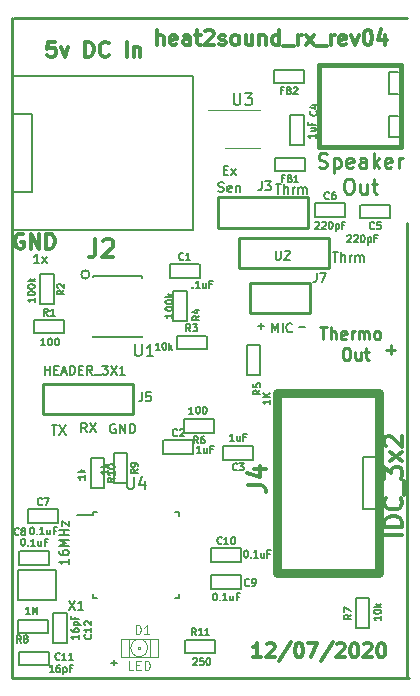
<source format=gto>
G04 #@! TF.GenerationSoftware,KiCad,Pcbnew,5.1.5-52549c5~86~ubuntu18.04.1*
G04 #@! TF.CreationDate,2020-12-07T21:32:19-08:00*
G04 #@! TF.ProjectId,heat2sound_rx_rev04,68656174-3273-46f7-956e-645f72785f72,rev?*
G04 #@! TF.SameCoordinates,Original*
G04 #@! TF.FileFunction,Legend,Top*
G04 #@! TF.FilePolarity,Positive*
%FSLAX46Y46*%
G04 Gerber Fmt 4.6, Leading zero omitted, Abs format (unit mm)*
G04 Created by KiCad (PCBNEW 5.1.5-52549c5~86~ubuntu18.04.1) date 2020-12-07 21:32:19*
%MOMM*%
%LPD*%
G04 APERTURE LIST*
%ADD10C,0.200000*%
%ADD11C,0.250000*%
%ADD12C,0.175000*%
%ADD13C,0.254000*%
%ADD14C,0.300000*%
%ADD15C,0.317500*%
%ADD16C,0.304800*%
%ADD17C,0.120000*%
%ADD18C,0.127000*%
%ADD19C,0.150000*%
%ADD20C,0.381000*%
%ADD21C,0.066040*%
%ADD22C,0.101600*%
%ADD23C,0.200660*%
%ADD24C,0.762000*%
%ADD25C,0.190500*%
%ADD26C,0.088900*%
G04 APERTURE END LIST*
D10*
X155390476Y-131761904D02*
X155847619Y-131761904D01*
X155619047Y-132561904D02*
X155619047Y-131761904D01*
X156038095Y-131761904D02*
X156571428Y-132561904D01*
X156571428Y-131761904D02*
X156038095Y-132561904D01*
X158366666Y-132361904D02*
X158100000Y-131980952D01*
X157909523Y-132361904D02*
X157909523Y-131561904D01*
X158214285Y-131561904D01*
X158290476Y-131600000D01*
X158328571Y-131638095D01*
X158366666Y-131714285D01*
X158366666Y-131828571D01*
X158328571Y-131904761D01*
X158290476Y-131942857D01*
X158214285Y-131980952D01*
X157909523Y-131980952D01*
X158633333Y-131561904D02*
X159166666Y-132361904D01*
X159166666Y-131561904D02*
X158633333Y-132361904D01*
X160790476Y-131700000D02*
X160714285Y-131661904D01*
X160600000Y-131661904D01*
X160485714Y-131700000D01*
X160409523Y-131776190D01*
X160371428Y-131852380D01*
X160333333Y-132004761D01*
X160333333Y-132119047D01*
X160371428Y-132271428D01*
X160409523Y-132347619D01*
X160485714Y-132423809D01*
X160600000Y-132461904D01*
X160676190Y-132461904D01*
X160790476Y-132423809D01*
X160828571Y-132385714D01*
X160828571Y-132119047D01*
X160676190Y-132119047D01*
X161171428Y-132461904D02*
X161171428Y-131661904D01*
X161628571Y-132461904D01*
X161628571Y-131661904D01*
X162009523Y-132461904D02*
X162009523Y-131661904D01*
X162200000Y-131661904D01*
X162314285Y-131700000D01*
X162390476Y-131776190D01*
X162428571Y-131852380D01*
X162466666Y-132004761D01*
X162466666Y-132119047D01*
X162428571Y-132271428D01*
X162390476Y-132347619D01*
X162314285Y-132423809D01*
X162200000Y-132461904D01*
X162009523Y-132461904D01*
X174353571Y-111361904D02*
X174810714Y-111361904D01*
X174582142Y-112161904D02*
X174582142Y-111361904D01*
X175077380Y-112161904D02*
X175077380Y-111361904D01*
X175420238Y-112161904D02*
X175420238Y-111742857D01*
X175382142Y-111666666D01*
X175305952Y-111628571D01*
X175191666Y-111628571D01*
X175115476Y-111666666D01*
X175077380Y-111704761D01*
X175801190Y-112161904D02*
X175801190Y-111628571D01*
X175801190Y-111780952D02*
X175839285Y-111704761D01*
X175877380Y-111666666D01*
X175953571Y-111628571D01*
X176029761Y-111628571D01*
X176296428Y-112161904D02*
X176296428Y-111628571D01*
X176296428Y-111704761D02*
X176334523Y-111666666D01*
X176410714Y-111628571D01*
X176525000Y-111628571D01*
X176601190Y-111666666D01*
X176639285Y-111742857D01*
X176639285Y-112161904D01*
X176639285Y-111742857D02*
X176677380Y-111666666D01*
X176753571Y-111628571D01*
X176867857Y-111628571D01*
X176944047Y-111666666D01*
X176982142Y-111742857D01*
X176982142Y-112161904D01*
X179178571Y-117111904D02*
X179635714Y-117111904D01*
X179407142Y-117911904D02*
X179407142Y-117111904D01*
X179902380Y-117911904D02*
X179902380Y-117111904D01*
X180245238Y-117911904D02*
X180245238Y-117492857D01*
X180207142Y-117416666D01*
X180130952Y-117378571D01*
X180016666Y-117378571D01*
X179940476Y-117416666D01*
X179902380Y-117454761D01*
X180626190Y-117911904D02*
X180626190Y-117378571D01*
X180626190Y-117530952D02*
X180664285Y-117454761D01*
X180702380Y-117416666D01*
X180778571Y-117378571D01*
X180854761Y-117378571D01*
X181121428Y-117911904D02*
X181121428Y-117378571D01*
X181121428Y-117454761D02*
X181159523Y-117416666D01*
X181235714Y-117378571D01*
X181350000Y-117378571D01*
X181426190Y-117416666D01*
X181464285Y-117492857D01*
X181464285Y-117911904D01*
X181464285Y-117492857D02*
X181502380Y-117416666D01*
X181578571Y-117378571D01*
X181692857Y-117378571D01*
X181769047Y-117416666D01*
X181807142Y-117492857D01*
X181807142Y-117911904D01*
X169954761Y-110192857D02*
X170221428Y-110192857D01*
X170335714Y-110611904D02*
X169954761Y-110611904D01*
X169954761Y-109811904D01*
X170335714Y-109811904D01*
X170602380Y-110611904D02*
X171021428Y-110078571D01*
X170602380Y-110078571D02*
X171021428Y-110611904D01*
X169516666Y-111973809D02*
X169630952Y-112011904D01*
X169821428Y-112011904D01*
X169897619Y-111973809D01*
X169935714Y-111935714D01*
X169973809Y-111859523D01*
X169973809Y-111783333D01*
X169935714Y-111707142D01*
X169897619Y-111669047D01*
X169821428Y-111630952D01*
X169669047Y-111592857D01*
X169592857Y-111554761D01*
X169554761Y-111516666D01*
X169516666Y-111440476D01*
X169516666Y-111364285D01*
X169554761Y-111288095D01*
X169592857Y-111250000D01*
X169669047Y-111211904D01*
X169859523Y-111211904D01*
X169973809Y-111250000D01*
X170621428Y-111973809D02*
X170545238Y-112011904D01*
X170392857Y-112011904D01*
X170316666Y-111973809D01*
X170278571Y-111897619D01*
X170278571Y-111592857D01*
X170316666Y-111516666D01*
X170392857Y-111478571D01*
X170545238Y-111478571D01*
X170621428Y-111516666D01*
X170659523Y-111592857D01*
X170659523Y-111669047D01*
X170278571Y-111745238D01*
X171002380Y-111478571D02*
X171002380Y-112011904D01*
X171002380Y-111554761D02*
X171040476Y-111516666D01*
X171116666Y-111478571D01*
X171230952Y-111478571D01*
X171307142Y-111516666D01*
X171345238Y-111592857D01*
X171345238Y-112011904D01*
X154354761Y-118061904D02*
X153897619Y-118061904D01*
X154126190Y-118061904D02*
X154126190Y-117261904D01*
X154050000Y-117376190D01*
X153973809Y-117452380D01*
X153897619Y-117490476D01*
X154621428Y-118061904D02*
X155040476Y-117528571D01*
X154621428Y-117528571D02*
X155040476Y-118061904D01*
D11*
X183719047Y-125371428D02*
X184480952Y-125371428D01*
X184100000Y-125752380D02*
X184100000Y-124990476D01*
D12*
X176333333Y-123450000D02*
X176866666Y-123450000D01*
X172833333Y-123350000D02*
X173366666Y-123350000D01*
X173100000Y-123616666D02*
X173100000Y-123083333D01*
D13*
X152000000Y-153162000D02*
X152000000Y-97250000D01*
X185646000Y-153162000D02*
X152146000Y-153162000D01*
X185500000Y-114650000D02*
X185500000Y-153150000D01*
X152250000Y-97250000D02*
X185500000Y-97250000D01*
D14*
X173139714Y-151418857D02*
X172454000Y-151418857D01*
X172796857Y-151418857D02*
X172796857Y-150218857D01*
X172682571Y-150390285D01*
X172568285Y-150504571D01*
X172454000Y-150561714D01*
X173596857Y-150333142D02*
X173654000Y-150276000D01*
X173768285Y-150218857D01*
X174054000Y-150218857D01*
X174168285Y-150276000D01*
X174225428Y-150333142D01*
X174282571Y-150447428D01*
X174282571Y-150561714D01*
X174225428Y-150733142D01*
X173539714Y-151418857D01*
X174282571Y-151418857D01*
X175654000Y-150161714D02*
X174625428Y-151704571D01*
X176282571Y-150218857D02*
X176396857Y-150218857D01*
X176511142Y-150276000D01*
X176568285Y-150333142D01*
X176625428Y-150447428D01*
X176682571Y-150676000D01*
X176682571Y-150961714D01*
X176625428Y-151190285D01*
X176568285Y-151304571D01*
X176511142Y-151361714D01*
X176396857Y-151418857D01*
X176282571Y-151418857D01*
X176168285Y-151361714D01*
X176111142Y-151304571D01*
X176054000Y-151190285D01*
X175996857Y-150961714D01*
X175996857Y-150676000D01*
X176054000Y-150447428D01*
X176111142Y-150333142D01*
X176168285Y-150276000D01*
X176282571Y-150218857D01*
X177082571Y-150218857D02*
X177882571Y-150218857D01*
X177368285Y-151418857D01*
X179196857Y-150161714D02*
X178168285Y-151704571D01*
X179539714Y-150333142D02*
X179596857Y-150276000D01*
X179711142Y-150218857D01*
X179996857Y-150218857D01*
X180111142Y-150276000D01*
X180168285Y-150333142D01*
X180225428Y-150447428D01*
X180225428Y-150561714D01*
X180168285Y-150733142D01*
X179482571Y-151418857D01*
X180225428Y-151418857D01*
X180968285Y-150218857D02*
X181082571Y-150218857D01*
X181196857Y-150276000D01*
X181254000Y-150333142D01*
X181311142Y-150447428D01*
X181368285Y-150676000D01*
X181368285Y-150961714D01*
X181311142Y-151190285D01*
X181254000Y-151304571D01*
X181196857Y-151361714D01*
X181082571Y-151418857D01*
X180968285Y-151418857D01*
X180854000Y-151361714D01*
X180796857Y-151304571D01*
X180739714Y-151190285D01*
X180682571Y-150961714D01*
X180682571Y-150676000D01*
X180739714Y-150447428D01*
X180796857Y-150333142D01*
X180854000Y-150276000D01*
X180968285Y-150218857D01*
X181825428Y-150333142D02*
X181882571Y-150276000D01*
X181996857Y-150218857D01*
X182282571Y-150218857D01*
X182396857Y-150276000D01*
X182454000Y-150333142D01*
X182511142Y-150447428D01*
X182511142Y-150561714D01*
X182454000Y-150733142D01*
X181768285Y-151418857D01*
X182511142Y-151418857D01*
X183254000Y-150218857D02*
X183368285Y-150218857D01*
X183482571Y-150276000D01*
X183539714Y-150333142D01*
X183596857Y-150447428D01*
X183654000Y-150676000D01*
X183654000Y-150961714D01*
X183596857Y-151190285D01*
X183539714Y-151304571D01*
X183482571Y-151361714D01*
X183368285Y-151418857D01*
X183254000Y-151418857D01*
X183139714Y-151361714D01*
X183082571Y-151304571D01*
X183025428Y-151190285D01*
X182968285Y-150961714D01*
X182968285Y-150676000D01*
X183025428Y-150447428D01*
X183082571Y-150333142D01*
X183139714Y-150276000D01*
X183254000Y-150218857D01*
D11*
X178123809Y-123477380D02*
X178695238Y-123477380D01*
X178409523Y-124477380D02*
X178409523Y-123477380D01*
X179028571Y-124477380D02*
X179028571Y-123477380D01*
X179457142Y-124477380D02*
X179457142Y-123953571D01*
X179409523Y-123858333D01*
X179314285Y-123810714D01*
X179171428Y-123810714D01*
X179076190Y-123858333D01*
X179028571Y-123905952D01*
X180314285Y-124429761D02*
X180219047Y-124477380D01*
X180028571Y-124477380D01*
X179933333Y-124429761D01*
X179885714Y-124334523D01*
X179885714Y-123953571D01*
X179933333Y-123858333D01*
X180028571Y-123810714D01*
X180219047Y-123810714D01*
X180314285Y-123858333D01*
X180361904Y-123953571D01*
X180361904Y-124048809D01*
X179885714Y-124144047D01*
X180790476Y-124477380D02*
X180790476Y-123810714D01*
X180790476Y-124001190D02*
X180838095Y-123905952D01*
X180885714Y-123858333D01*
X180980952Y-123810714D01*
X181076190Y-123810714D01*
X181409523Y-124477380D02*
X181409523Y-123810714D01*
X181409523Y-123905952D02*
X181457142Y-123858333D01*
X181552380Y-123810714D01*
X181695238Y-123810714D01*
X181790476Y-123858333D01*
X181838095Y-123953571D01*
X181838095Y-124477380D01*
X181838095Y-123953571D02*
X181885714Y-123858333D01*
X181980952Y-123810714D01*
X182123809Y-123810714D01*
X182219047Y-123858333D01*
X182266666Y-123953571D01*
X182266666Y-124477380D01*
X182885714Y-124477380D02*
X182790476Y-124429761D01*
X182742857Y-124382142D01*
X182695238Y-124286904D01*
X182695238Y-124001190D01*
X182742857Y-123905952D01*
X182790476Y-123858333D01*
X182885714Y-123810714D01*
X183028571Y-123810714D01*
X183123809Y-123858333D01*
X183171428Y-123905952D01*
X183219047Y-124001190D01*
X183219047Y-124286904D01*
X183171428Y-124382142D01*
X183123809Y-124429761D01*
X183028571Y-124477380D01*
X182885714Y-124477380D01*
X180266666Y-125227380D02*
X180457142Y-125227380D01*
X180552380Y-125275000D01*
X180647619Y-125370238D01*
X180695238Y-125560714D01*
X180695238Y-125894047D01*
X180647619Y-126084523D01*
X180552380Y-126179761D01*
X180457142Y-126227380D01*
X180266666Y-126227380D01*
X180171428Y-126179761D01*
X180076190Y-126084523D01*
X180028571Y-125894047D01*
X180028571Y-125560714D01*
X180076190Y-125370238D01*
X180171428Y-125275000D01*
X180266666Y-125227380D01*
X181552380Y-125560714D02*
X181552380Y-126227380D01*
X181123809Y-125560714D02*
X181123809Y-126084523D01*
X181171428Y-126179761D01*
X181266666Y-126227380D01*
X181409523Y-126227380D01*
X181504761Y-126179761D01*
X181552380Y-126132142D01*
X181885714Y-125560714D02*
X182266666Y-125560714D01*
X182028571Y-125227380D02*
X182028571Y-126084523D01*
X182076190Y-126179761D01*
X182171428Y-126227380D01*
X182266666Y-126227380D01*
X177992380Y-109936547D02*
X178173809Y-109997023D01*
X178476190Y-109997023D01*
X178597142Y-109936547D01*
X178657619Y-109876071D01*
X178718095Y-109755119D01*
X178718095Y-109634166D01*
X178657619Y-109513214D01*
X178597142Y-109452738D01*
X178476190Y-109392261D01*
X178234285Y-109331785D01*
X178113333Y-109271309D01*
X178052857Y-109210833D01*
X177992380Y-109089880D01*
X177992380Y-108968928D01*
X178052857Y-108847976D01*
X178113333Y-108787500D01*
X178234285Y-108727023D01*
X178536666Y-108727023D01*
X178718095Y-108787500D01*
X179262380Y-109150357D02*
X179262380Y-110420357D01*
X179262380Y-109210833D02*
X179383333Y-109150357D01*
X179625238Y-109150357D01*
X179746190Y-109210833D01*
X179806666Y-109271309D01*
X179867142Y-109392261D01*
X179867142Y-109755119D01*
X179806666Y-109876071D01*
X179746190Y-109936547D01*
X179625238Y-109997023D01*
X179383333Y-109997023D01*
X179262380Y-109936547D01*
X180895238Y-109936547D02*
X180774285Y-109997023D01*
X180532380Y-109997023D01*
X180411428Y-109936547D01*
X180350952Y-109815595D01*
X180350952Y-109331785D01*
X180411428Y-109210833D01*
X180532380Y-109150357D01*
X180774285Y-109150357D01*
X180895238Y-109210833D01*
X180955714Y-109331785D01*
X180955714Y-109452738D01*
X180350952Y-109573690D01*
X182044285Y-109997023D02*
X182044285Y-109331785D01*
X181983809Y-109210833D01*
X181862857Y-109150357D01*
X181620952Y-109150357D01*
X181500000Y-109210833D01*
X182044285Y-109936547D02*
X181923333Y-109997023D01*
X181620952Y-109997023D01*
X181500000Y-109936547D01*
X181439523Y-109815595D01*
X181439523Y-109694642D01*
X181500000Y-109573690D01*
X181620952Y-109513214D01*
X181923333Y-109513214D01*
X182044285Y-109452738D01*
X182649047Y-109997023D02*
X182649047Y-108727023D01*
X182770000Y-109513214D02*
X183132857Y-109997023D01*
X183132857Y-109150357D02*
X182649047Y-109634166D01*
X184160952Y-109936547D02*
X184040000Y-109997023D01*
X183798095Y-109997023D01*
X183677142Y-109936547D01*
X183616666Y-109815595D01*
X183616666Y-109331785D01*
X183677142Y-109210833D01*
X183798095Y-109150357D01*
X184040000Y-109150357D01*
X184160952Y-109210833D01*
X184221428Y-109331785D01*
X184221428Y-109452738D01*
X183616666Y-109573690D01*
X184765714Y-109997023D02*
X184765714Y-109150357D01*
X184765714Y-109392261D02*
X184826190Y-109271309D01*
X184886666Y-109210833D01*
X185007619Y-109150357D01*
X185128571Y-109150357D01*
X180441666Y-110882023D02*
X180683571Y-110882023D01*
X180804523Y-110942500D01*
X180925476Y-111063452D01*
X180985952Y-111305357D01*
X180985952Y-111728690D01*
X180925476Y-111970595D01*
X180804523Y-112091547D01*
X180683571Y-112152023D01*
X180441666Y-112152023D01*
X180320714Y-112091547D01*
X180199761Y-111970595D01*
X180139285Y-111728690D01*
X180139285Y-111305357D01*
X180199761Y-111063452D01*
X180320714Y-110942500D01*
X180441666Y-110882023D01*
X182074523Y-111305357D02*
X182074523Y-112152023D01*
X181530238Y-111305357D02*
X181530238Y-111970595D01*
X181590714Y-112091547D01*
X181711666Y-112152023D01*
X181893095Y-112152023D01*
X182014047Y-112091547D01*
X182074523Y-112031071D01*
X182497857Y-111305357D02*
X182981666Y-111305357D01*
X182679285Y-110882023D02*
X182679285Y-111970595D01*
X182739761Y-112091547D01*
X182860714Y-112152023D01*
X182981666Y-112152023D01*
D15*
X164323809Y-99574523D02*
X164323809Y-98304523D01*
X164868095Y-99574523D02*
X164868095Y-98909285D01*
X164807619Y-98788333D01*
X164686666Y-98727857D01*
X164505238Y-98727857D01*
X164384285Y-98788333D01*
X164323809Y-98848809D01*
X165956666Y-99514047D02*
X165835714Y-99574523D01*
X165593809Y-99574523D01*
X165472857Y-99514047D01*
X165412380Y-99393095D01*
X165412380Y-98909285D01*
X165472857Y-98788333D01*
X165593809Y-98727857D01*
X165835714Y-98727857D01*
X165956666Y-98788333D01*
X166017142Y-98909285D01*
X166017142Y-99030238D01*
X165412380Y-99151190D01*
X167105714Y-99574523D02*
X167105714Y-98909285D01*
X167045238Y-98788333D01*
X166924285Y-98727857D01*
X166682380Y-98727857D01*
X166561428Y-98788333D01*
X167105714Y-99514047D02*
X166984761Y-99574523D01*
X166682380Y-99574523D01*
X166561428Y-99514047D01*
X166500952Y-99393095D01*
X166500952Y-99272142D01*
X166561428Y-99151190D01*
X166682380Y-99090714D01*
X166984761Y-99090714D01*
X167105714Y-99030238D01*
X167529047Y-98727857D02*
X168012857Y-98727857D01*
X167710476Y-98304523D02*
X167710476Y-99393095D01*
X167770952Y-99514047D01*
X167891904Y-99574523D01*
X168012857Y-99574523D01*
X168375714Y-98425476D02*
X168436190Y-98365000D01*
X168557142Y-98304523D01*
X168859523Y-98304523D01*
X168980476Y-98365000D01*
X169040952Y-98425476D01*
X169101428Y-98546428D01*
X169101428Y-98667380D01*
X169040952Y-98848809D01*
X168315238Y-99574523D01*
X169101428Y-99574523D01*
X169585238Y-99514047D02*
X169706190Y-99574523D01*
X169948095Y-99574523D01*
X170069047Y-99514047D01*
X170129523Y-99393095D01*
X170129523Y-99332619D01*
X170069047Y-99211666D01*
X169948095Y-99151190D01*
X169766666Y-99151190D01*
X169645714Y-99090714D01*
X169585238Y-98969761D01*
X169585238Y-98909285D01*
X169645714Y-98788333D01*
X169766666Y-98727857D01*
X169948095Y-98727857D01*
X170069047Y-98788333D01*
X170855238Y-99574523D02*
X170734285Y-99514047D01*
X170673809Y-99453571D01*
X170613333Y-99332619D01*
X170613333Y-98969761D01*
X170673809Y-98848809D01*
X170734285Y-98788333D01*
X170855238Y-98727857D01*
X171036666Y-98727857D01*
X171157619Y-98788333D01*
X171218095Y-98848809D01*
X171278571Y-98969761D01*
X171278571Y-99332619D01*
X171218095Y-99453571D01*
X171157619Y-99514047D01*
X171036666Y-99574523D01*
X170855238Y-99574523D01*
X172367142Y-98727857D02*
X172367142Y-99574523D01*
X171822857Y-98727857D02*
X171822857Y-99393095D01*
X171883333Y-99514047D01*
X172004285Y-99574523D01*
X172185714Y-99574523D01*
X172306666Y-99514047D01*
X172367142Y-99453571D01*
X172971904Y-98727857D02*
X172971904Y-99574523D01*
X172971904Y-98848809D02*
X173032380Y-98788333D01*
X173153333Y-98727857D01*
X173334761Y-98727857D01*
X173455714Y-98788333D01*
X173516190Y-98909285D01*
X173516190Y-99574523D01*
X174665238Y-99574523D02*
X174665238Y-98304523D01*
X174665238Y-99514047D02*
X174544285Y-99574523D01*
X174302380Y-99574523D01*
X174181428Y-99514047D01*
X174120952Y-99453571D01*
X174060476Y-99332619D01*
X174060476Y-98969761D01*
X174120952Y-98848809D01*
X174181428Y-98788333D01*
X174302380Y-98727857D01*
X174544285Y-98727857D01*
X174665238Y-98788333D01*
X174967619Y-99695476D02*
X175935238Y-99695476D01*
X176237619Y-99574523D02*
X176237619Y-98727857D01*
X176237619Y-98969761D02*
X176298095Y-98848809D01*
X176358571Y-98788333D01*
X176479523Y-98727857D01*
X176600476Y-98727857D01*
X176902857Y-99574523D02*
X177568095Y-98727857D01*
X176902857Y-98727857D02*
X177568095Y-99574523D01*
X177749523Y-99695476D02*
X178717142Y-99695476D01*
X179019523Y-99574523D02*
X179019523Y-98727857D01*
X179019523Y-98969761D02*
X179080000Y-98848809D01*
X179140476Y-98788333D01*
X179261428Y-98727857D01*
X179382380Y-98727857D01*
X180289523Y-99514047D02*
X180168571Y-99574523D01*
X179926666Y-99574523D01*
X179805714Y-99514047D01*
X179745238Y-99393095D01*
X179745238Y-98909285D01*
X179805714Y-98788333D01*
X179926666Y-98727857D01*
X180168571Y-98727857D01*
X180289523Y-98788333D01*
X180350000Y-98909285D01*
X180350000Y-99030238D01*
X179745238Y-99151190D01*
X180773333Y-98727857D02*
X181075714Y-99574523D01*
X181378095Y-98727857D01*
X182103809Y-98304523D02*
X182224761Y-98304523D01*
X182345714Y-98365000D01*
X182406190Y-98425476D01*
X182466666Y-98546428D01*
X182527142Y-98788333D01*
X182527142Y-99090714D01*
X182466666Y-99332619D01*
X182406190Y-99453571D01*
X182345714Y-99514047D01*
X182224761Y-99574523D01*
X182103809Y-99574523D01*
X181982857Y-99514047D01*
X181922380Y-99453571D01*
X181861904Y-99332619D01*
X181801428Y-99090714D01*
X181801428Y-98788333D01*
X181861904Y-98546428D01*
X181922380Y-98425476D01*
X181982857Y-98365000D01*
X182103809Y-98304523D01*
X183615714Y-98727857D02*
X183615714Y-99574523D01*
X183313333Y-98244047D02*
X183010952Y-99151190D01*
X183797142Y-99151190D01*
D16*
X153007380Y-115615000D02*
X152886428Y-115554523D01*
X152705000Y-115554523D01*
X152523571Y-115615000D01*
X152402619Y-115735952D01*
X152342142Y-115856904D01*
X152281666Y-116098809D01*
X152281666Y-116280238D01*
X152342142Y-116522142D01*
X152402619Y-116643095D01*
X152523571Y-116764047D01*
X152705000Y-116824523D01*
X152825952Y-116824523D01*
X153007380Y-116764047D01*
X153067857Y-116703571D01*
X153067857Y-116280238D01*
X152825952Y-116280238D01*
X153612142Y-116824523D02*
X153612142Y-115554523D01*
X154337857Y-116824523D01*
X154337857Y-115554523D01*
X154942619Y-116824523D02*
X154942619Y-115554523D01*
X155245000Y-115554523D01*
X155426428Y-115615000D01*
X155547380Y-115735952D01*
X155607857Y-115856904D01*
X155668333Y-116098809D01*
X155668333Y-116280238D01*
X155607857Y-116522142D01*
X155547380Y-116643095D01*
X155426428Y-116764047D01*
X155245000Y-116824523D01*
X154942619Y-116824523D01*
X155704047Y-99304523D02*
X155099285Y-99304523D01*
X155038809Y-99909285D01*
X155099285Y-99848809D01*
X155220238Y-99788333D01*
X155522619Y-99788333D01*
X155643571Y-99848809D01*
X155704047Y-99909285D01*
X155764523Y-100030238D01*
X155764523Y-100332619D01*
X155704047Y-100453571D01*
X155643571Y-100514047D01*
X155522619Y-100574523D01*
X155220238Y-100574523D01*
X155099285Y-100514047D01*
X155038809Y-100453571D01*
X156187857Y-99727857D02*
X156490238Y-100574523D01*
X156792619Y-99727857D01*
X158244047Y-100574523D02*
X158244047Y-99304523D01*
X158546428Y-99304523D01*
X158727857Y-99365000D01*
X158848809Y-99485952D01*
X158909285Y-99606904D01*
X158969761Y-99848809D01*
X158969761Y-100030238D01*
X158909285Y-100272142D01*
X158848809Y-100393095D01*
X158727857Y-100514047D01*
X158546428Y-100574523D01*
X158244047Y-100574523D01*
X160239761Y-100453571D02*
X160179285Y-100514047D01*
X159997857Y-100574523D01*
X159876904Y-100574523D01*
X159695476Y-100514047D01*
X159574523Y-100393095D01*
X159514047Y-100272142D01*
X159453571Y-100030238D01*
X159453571Y-99848809D01*
X159514047Y-99606904D01*
X159574523Y-99485952D01*
X159695476Y-99365000D01*
X159876904Y-99304523D01*
X159997857Y-99304523D01*
X160179285Y-99365000D01*
X160239761Y-99425476D01*
X161751666Y-100574523D02*
X161751666Y-99304523D01*
X162356428Y-99727857D02*
X162356428Y-100574523D01*
X162356428Y-99848809D02*
X162416904Y-99788333D01*
X162537857Y-99727857D01*
X162719285Y-99727857D01*
X162840238Y-99788333D01*
X162900714Y-99909285D01*
X162900714Y-100574523D01*
D17*
X171560000Y-108260000D02*
X173060000Y-108260000D01*
X171560000Y-108260000D02*
X170060000Y-108260000D01*
X171560000Y-105040000D02*
X173060000Y-105040000D01*
X171560000Y-105040000D02*
X168635000Y-105040000D01*
D13*
X177250000Y-119730000D02*
X172250000Y-119730000D01*
X177270000Y-119730000D02*
X177270000Y-122270000D01*
X177250000Y-122285240D02*
X172250000Y-122285240D01*
X172214760Y-122285240D02*
X172214760Y-119724920D01*
D18*
X165380000Y-119270000D02*
X165380000Y-118130000D01*
X167900000Y-119270000D02*
X165400000Y-119270000D01*
X167920000Y-118130000D02*
X167920000Y-119270000D01*
X165400000Y-118130000D02*
X167900000Y-118130000D01*
X164876160Y-133034000D02*
X167376160Y-133034000D01*
X167396160Y-133034000D02*
X167396160Y-134174000D01*
X167376160Y-134174000D02*
X164876160Y-134174000D01*
X164856160Y-134174000D02*
X164856160Y-133034000D01*
X176740000Y-108060000D02*
X175600000Y-108060000D01*
X176740000Y-105540000D02*
X176740000Y-108040000D01*
X175600000Y-105520000D02*
X176740000Y-105520000D01*
X175600000Y-108040000D02*
X175600000Y-105540000D01*
X184051840Y-114260000D02*
X181551840Y-114260000D01*
X181531840Y-114260000D02*
X181531840Y-113120000D01*
X181551840Y-113120000D02*
X184051840Y-113120000D01*
X184071840Y-113120000D02*
X184071840Y-114260000D01*
X177700000Y-114130000D02*
X177700000Y-112990000D01*
X180220000Y-114130000D02*
X177720000Y-114130000D01*
X180240000Y-112990000D02*
X180240000Y-114130000D01*
X177720000Y-112990000D02*
X180220000Y-112990000D01*
X174311840Y-109130000D02*
X176811840Y-109130000D01*
X176811840Y-110270000D02*
X174311840Y-110270000D01*
X174291840Y-110270000D02*
X174291840Y-109130000D01*
X176831840Y-110270000D02*
X176831840Y-109130000D01*
X176771840Y-102820000D02*
X176771840Y-101680000D01*
X174231840Y-102820000D02*
X174231840Y-101680000D01*
X176751840Y-102820000D02*
X174251840Y-102820000D01*
X174251840Y-101680000D02*
X176751840Y-101680000D01*
D13*
X177060000Y-112480000D02*
X169440000Y-112480000D01*
X177060000Y-112480000D02*
X177060000Y-115020000D01*
X177060000Y-115035240D02*
X169440000Y-115035240D01*
X169440000Y-115035240D02*
X169440000Y-112474920D01*
D19*
X183950000Y-107400000D02*
X184775000Y-107400000D01*
X183950000Y-105575000D02*
X183950000Y-107400000D01*
X184750000Y-105575000D02*
X183950000Y-105575000D01*
X184725000Y-101900000D02*
X183925000Y-101900000D01*
X183925000Y-101900000D02*
X183925000Y-103725000D01*
X183925000Y-103725000D02*
X184750000Y-103725000D01*
D20*
X184950000Y-101249880D02*
X178050000Y-101249880D01*
X178050000Y-101249880D02*
X178050000Y-108250120D01*
X178050000Y-108250120D02*
X184950000Y-108250120D01*
X184950000Y-108250120D02*
X184950000Y-101249880D01*
D18*
X153900000Y-122860000D02*
X153900000Y-124000000D01*
X156440000Y-122860000D02*
X156440000Y-124000000D01*
X153920000Y-122860000D02*
X156420000Y-122860000D01*
X156420000Y-124000000D02*
X153920000Y-124000000D01*
X155570000Y-118980000D02*
X154430000Y-118980000D01*
X155570000Y-121520000D02*
X154430000Y-121520000D01*
X155570000Y-119000000D02*
X155570000Y-121500000D01*
X154430000Y-121500000D02*
X154430000Y-119000000D01*
X165980000Y-124180000D02*
X165980000Y-125320000D01*
X168520000Y-124180000D02*
X168520000Y-125320000D01*
X166000000Y-124180000D02*
X168500000Y-124180000D01*
X168500000Y-125320000D02*
X166000000Y-125320000D01*
X165705000Y-122925000D02*
X165705000Y-120425000D01*
X166845000Y-120425000D02*
X166845000Y-122925000D01*
X166845000Y-122945000D02*
X165705000Y-122945000D01*
X166845000Y-120405000D02*
X165705000Y-120405000D01*
X173070000Y-124998160D02*
X173070000Y-127498160D01*
X171930000Y-127498160D02*
X171930000Y-124998160D01*
X171930000Y-124978160D02*
X173070000Y-124978160D01*
X171930000Y-127518160D02*
X173070000Y-127518160D01*
X166644000Y-131256000D02*
X169144000Y-131256000D01*
X169144000Y-132396000D02*
X166644000Y-132396000D01*
X166624000Y-132396000D02*
X166624000Y-131256000D01*
X169164000Y-132396000D02*
X169164000Y-131256000D01*
D10*
X158603553Y-119000000D02*
G75*
G03X158603553Y-119000000I-353553J0D01*
G01*
D19*
X158925000Y-119175000D02*
X158925000Y-119225000D01*
X163075000Y-119175000D02*
X163075000Y-119320000D01*
X163075000Y-124325000D02*
X163075000Y-124180000D01*
X158925000Y-124325000D02*
X158925000Y-124180000D01*
X158925000Y-119175000D02*
X163075000Y-119175000D01*
X158925000Y-124325000D02*
X163075000Y-124325000D01*
D13*
X178910000Y-115930000D02*
X171290000Y-115930000D01*
X178910000Y-115930000D02*
X178910000Y-118470000D01*
X178910000Y-118485240D02*
X171290000Y-118485240D01*
X171290000Y-118485240D02*
X171290000Y-115924920D01*
D18*
X153436000Y-138876000D02*
X155936000Y-138876000D01*
X155956000Y-138876000D02*
X155956000Y-140016000D01*
X155936000Y-140016000D02*
X153436000Y-140016000D01*
X153416000Y-140016000D02*
X153416000Y-138876000D01*
X155204160Y-142432000D02*
X155204160Y-143572000D01*
X152684160Y-142432000D02*
X155184160Y-142432000D01*
X152664160Y-143572000D02*
X152664160Y-142432000D01*
X155184160Y-143572000D02*
X152684160Y-143572000D01*
X168930000Y-144464000D02*
X171430000Y-144464000D01*
X171450000Y-144464000D02*
X171450000Y-145604000D01*
X171430000Y-145604000D02*
X168930000Y-145604000D01*
X168910000Y-145604000D02*
X168910000Y-144464000D01*
X168910000Y-143318000D02*
X168910000Y-142178000D01*
X171430000Y-143318000D02*
X168930000Y-143318000D01*
X171450000Y-142178000D02*
X171450000Y-143318000D01*
X168930000Y-142178000D02*
X171430000Y-142178000D01*
X152630000Y-152070000D02*
X152630000Y-150930000D01*
X155150000Y-152070000D02*
X152650000Y-152070000D01*
X155170000Y-150930000D02*
X155170000Y-152070000D01*
X152650000Y-150930000D02*
X155150000Y-150930000D01*
X155530000Y-150150000D02*
X155530000Y-147650000D01*
X155530000Y-147630000D02*
X156670000Y-147630000D01*
X156670000Y-147650000D02*
X156670000Y-150150000D01*
X156670000Y-150170000D02*
X155530000Y-150170000D01*
D19*
X160964000Y-151872000D02*
X160414000Y-151872000D01*
X160694000Y-151682000D02*
X160694000Y-152082000D01*
D21*
X162714940Y-150721060D02*
X162913060Y-150721060D01*
X162913060Y-150721060D02*
X162913060Y-150522940D01*
X162714940Y-150522940D02*
X162913060Y-150522940D01*
X162714940Y-150721060D02*
X162714940Y-150522940D01*
X163713160Y-151320500D02*
X163713160Y-150124160D01*
X163713160Y-150073360D02*
X163713160Y-149923500D01*
X161914840Y-151320500D02*
X161914840Y-150124160D01*
X161914840Y-150073360D02*
X161914840Y-149923500D01*
D22*
X164363400Y-151371300D02*
X161264600Y-151371300D01*
X161264600Y-151371300D02*
X161264600Y-149872700D01*
X161264600Y-149872700D02*
X164363400Y-149872700D01*
X164363400Y-149872700D02*
X164363400Y-151371300D01*
X162266738Y-151121354D02*
G75*
G03X163362640Y-151119840I547262J499354D01*
G01*
X162265867Y-150123602D02*
G75*
G03X162265360Y-151119840I548133J-498398D01*
G01*
X163361262Y-150122646D02*
G75*
G03X162265360Y-150124160I-547262J-499354D01*
G01*
X163362133Y-151120398D02*
G75*
G03X163362640Y-150124160I-548133J498398D01*
G01*
D18*
X152166000Y-112012000D02*
X153716000Y-112012000D01*
X153716000Y-112012000D02*
X153716000Y-105412000D01*
X153716000Y-105412000D02*
X152191000Y-105412000D01*
D23*
X167365680Y-115214400D02*
X152166320Y-115214400D01*
X152166320Y-115214400D02*
X152166320Y-102209600D01*
X152166320Y-102209600D02*
X167365680Y-102209600D01*
X167365680Y-102209600D02*
X167365680Y-115214400D01*
D19*
X182800000Y-138900000D02*
X181800000Y-138900000D01*
X181800000Y-138900000D02*
X181800000Y-134500000D01*
X181800000Y-134500000D02*
X182800000Y-134500000D01*
D24*
X174500000Y-129080000D02*
X183100000Y-129080000D01*
X183100000Y-129080000D02*
X183100000Y-144320000D01*
X183100000Y-144320000D02*
X174500000Y-144320000D01*
X174500000Y-144320000D02*
X174500000Y-129080000D01*
D13*
X154686000Y-130810000D02*
X162306000Y-130810000D01*
X154686000Y-130810000D02*
X154686000Y-128270000D01*
X154686000Y-128254760D02*
X162306000Y-128254760D01*
X162306000Y-128254760D02*
X162306000Y-130815080D01*
D18*
X181130000Y-148970000D02*
X182270000Y-148970000D01*
X181130000Y-146430000D02*
X182270000Y-146430000D01*
X181130000Y-148950000D02*
X181130000Y-146450000D01*
X182270000Y-146450000D02*
X182270000Y-148950000D01*
X155070000Y-149370000D02*
X155070000Y-148230000D01*
X152530000Y-149370000D02*
X152530000Y-148230000D01*
X155050000Y-149370000D02*
X152550000Y-149370000D01*
X152550000Y-148230000D02*
X155050000Y-148230000D01*
X161795000Y-134131840D02*
X160655000Y-134131840D01*
X161795000Y-136671840D02*
X160655000Y-136671840D01*
X161795000Y-134151840D02*
X161795000Y-136651840D01*
X160655000Y-136651840D02*
X160655000Y-134151840D01*
X158705000Y-137100000D02*
X158705000Y-134600000D01*
X159845000Y-134600000D02*
X159845000Y-137100000D01*
X159845000Y-137120000D02*
X158705000Y-137120000D01*
X159845000Y-134580000D02*
X158705000Y-134580000D01*
X169250000Y-151070000D02*
X166750000Y-151070000D01*
X166750000Y-149930000D02*
X169250000Y-149930000D01*
X169270000Y-149930000D02*
X169270000Y-151070000D01*
X166730000Y-149930000D02*
X166730000Y-151070000D01*
D19*
X158935000Y-139123000D02*
X158935000Y-139348000D01*
X166185000Y-139123000D02*
X166185000Y-139448000D01*
X166185000Y-146373000D02*
X166185000Y-146048000D01*
X158935000Y-146373000D02*
X158935000Y-146048000D01*
X158935000Y-139123000D02*
X159260000Y-139123000D01*
X158935000Y-146373000D02*
X159260000Y-146373000D01*
X166185000Y-146373000D02*
X165860000Y-146373000D01*
X166185000Y-139123000D02*
X165860000Y-139123000D01*
X158935000Y-139348000D02*
X157510000Y-139348000D01*
X155778000Y-146538000D02*
X152578000Y-146538000D01*
X152578000Y-146538000D02*
X152578000Y-144038000D01*
X152578000Y-144038000D02*
X155778000Y-144038000D01*
X155778000Y-144038000D02*
X155778000Y-146538000D01*
D18*
X172446000Y-134682000D02*
X169946000Y-134682000D01*
X169926000Y-134682000D02*
X169926000Y-133542000D01*
X169946000Y-133542000D02*
X172446000Y-133542000D01*
X172466000Y-133542000D02*
X172466000Y-134682000D01*
D19*
X170798095Y-103652380D02*
X170798095Y-104461904D01*
X170845714Y-104557142D01*
X170893333Y-104604761D01*
X170988571Y-104652380D01*
X171179047Y-104652380D01*
X171274285Y-104604761D01*
X171321904Y-104557142D01*
X171369523Y-104461904D01*
X171369523Y-103652380D01*
X171750476Y-103652380D02*
X172369523Y-103652380D01*
X172036190Y-104033333D01*
X172179047Y-104033333D01*
X172274285Y-104080952D01*
X172321904Y-104128571D01*
X172369523Y-104223809D01*
X172369523Y-104461904D01*
X172321904Y-104557142D01*
X172274285Y-104604761D01*
X172179047Y-104652380D01*
X171893333Y-104652380D01*
X171798095Y-104604761D01*
X171750476Y-104557142D01*
D25*
X174369428Y-116985714D02*
X174369428Y-117602571D01*
X174405714Y-117675142D01*
X174442000Y-117711428D01*
X174514571Y-117747714D01*
X174659714Y-117747714D01*
X174732285Y-117711428D01*
X174768571Y-117675142D01*
X174804857Y-117602571D01*
X174804857Y-116985714D01*
X175131428Y-117058285D02*
X175167714Y-117022000D01*
X175240285Y-116985714D01*
X175421714Y-116985714D01*
X175494285Y-117022000D01*
X175530571Y-117058285D01*
X175566857Y-117130857D01*
X175566857Y-117203428D01*
X175530571Y-117312285D01*
X175095142Y-117747714D01*
X175566857Y-117747714D01*
X174083571Y-123894714D02*
X174083571Y-123132714D01*
X174337571Y-123677000D01*
X174591571Y-123132714D01*
X174591571Y-123894714D01*
X174954428Y-123894714D02*
X174954428Y-123132714D01*
X175752714Y-123822142D02*
X175716428Y-123858428D01*
X175607571Y-123894714D01*
X175535000Y-123894714D01*
X175426142Y-123858428D01*
X175353571Y-123785857D01*
X175317285Y-123713285D01*
X175281000Y-123568142D01*
X175281000Y-123459285D01*
X175317285Y-123314142D01*
X175353571Y-123241571D01*
X175426142Y-123169000D01*
X175535000Y-123132714D01*
X175607571Y-123132714D01*
X175716428Y-123169000D01*
X175752714Y-123205285D01*
D19*
X166550000Y-117714285D02*
X166521428Y-117742857D01*
X166435714Y-117771428D01*
X166378571Y-117771428D01*
X166292857Y-117742857D01*
X166235714Y-117685714D01*
X166207142Y-117628571D01*
X166178571Y-117514285D01*
X166178571Y-117428571D01*
X166207142Y-117314285D01*
X166235714Y-117257142D01*
X166292857Y-117200000D01*
X166378571Y-117171428D01*
X166435714Y-117171428D01*
X166521428Y-117200000D01*
X166550000Y-117228571D01*
X167121428Y-117771428D02*
X166778571Y-117771428D01*
X166950000Y-117771428D02*
X166950000Y-117171428D01*
X166892857Y-117257142D01*
X166835714Y-117314285D01*
X166778571Y-117342857D01*
X167333714Y-120102285D02*
X167362285Y-120130857D01*
X167333714Y-120159428D01*
X167305142Y-120130857D01*
X167333714Y-120102285D01*
X167333714Y-120159428D01*
X167933714Y-120159428D02*
X167590857Y-120159428D01*
X167762285Y-120159428D02*
X167762285Y-119559428D01*
X167705142Y-119645142D01*
X167648000Y-119702285D01*
X167590857Y-119730857D01*
X168448000Y-119759428D02*
X168448000Y-120159428D01*
X168190857Y-119759428D02*
X168190857Y-120073714D01*
X168219428Y-120130857D01*
X168276571Y-120159428D01*
X168362285Y-120159428D01*
X168419428Y-120130857D01*
X168448000Y-120102285D01*
X168933714Y-119845142D02*
X168733714Y-119845142D01*
X168733714Y-120159428D02*
X168733714Y-119559428D01*
X169019428Y-119559428D01*
X166026160Y-132618285D02*
X165997588Y-132646857D01*
X165911874Y-132675428D01*
X165854731Y-132675428D01*
X165769017Y-132646857D01*
X165711874Y-132589714D01*
X165683302Y-132532571D01*
X165654731Y-132418285D01*
X165654731Y-132332571D01*
X165683302Y-132218285D01*
X165711874Y-132161142D01*
X165769017Y-132104000D01*
X165854731Y-132075428D01*
X165911874Y-132075428D01*
X165997588Y-132104000D01*
X166026160Y-132132571D01*
X166254731Y-132132571D02*
X166283302Y-132104000D01*
X166340445Y-132075428D01*
X166483302Y-132075428D01*
X166540445Y-132104000D01*
X166569017Y-132132571D01*
X166597588Y-132189714D01*
X166597588Y-132246857D01*
X166569017Y-132332571D01*
X166226160Y-132675428D01*
X166597588Y-132675428D01*
X168019017Y-134125428D02*
X167676160Y-134125428D01*
X167847588Y-134125428D02*
X167847588Y-133525428D01*
X167790445Y-133611142D01*
X167733302Y-133668285D01*
X167676160Y-133696857D01*
X168533302Y-133725428D02*
X168533302Y-134125428D01*
X168276160Y-133725428D02*
X168276160Y-134039714D01*
X168304731Y-134096857D01*
X168361874Y-134125428D01*
X168447588Y-134125428D01*
X168504731Y-134096857D01*
X168533302Y-134068285D01*
X169019017Y-133811142D02*
X168819017Y-133811142D01*
X168819017Y-134125428D02*
X168819017Y-133525428D01*
X169104731Y-133525428D01*
X177814285Y-105200000D02*
X177842857Y-105228571D01*
X177871428Y-105314285D01*
X177871428Y-105371428D01*
X177842857Y-105457142D01*
X177785714Y-105514285D01*
X177728571Y-105542857D01*
X177614285Y-105571428D01*
X177528571Y-105571428D01*
X177414285Y-105542857D01*
X177357142Y-105514285D01*
X177300000Y-105457142D01*
X177271428Y-105371428D01*
X177271428Y-105314285D01*
X177300000Y-105228571D01*
X177328571Y-105200000D01*
X177471428Y-104685714D02*
X177871428Y-104685714D01*
X177242857Y-104828571D02*
X177671428Y-104971428D01*
X177671428Y-104600000D01*
X177741428Y-107147142D02*
X177741428Y-107490000D01*
X177741428Y-107318571D02*
X177141428Y-107318571D01*
X177227142Y-107375714D01*
X177284285Y-107432857D01*
X177312857Y-107490000D01*
X177341428Y-106632857D02*
X177741428Y-106632857D01*
X177341428Y-106890000D02*
X177655714Y-106890000D01*
X177712857Y-106861428D01*
X177741428Y-106804285D01*
X177741428Y-106718571D01*
X177712857Y-106661428D01*
X177684285Y-106632857D01*
X177427142Y-106147142D02*
X177427142Y-106347142D01*
X177741428Y-106347142D02*
X177141428Y-106347142D01*
X177141428Y-106061428D01*
X182701840Y-115104285D02*
X182673268Y-115132857D01*
X182587554Y-115161428D01*
X182530411Y-115161428D01*
X182444697Y-115132857D01*
X182387554Y-115075714D01*
X182358982Y-115018571D01*
X182330411Y-114904285D01*
X182330411Y-114818571D01*
X182358982Y-114704285D01*
X182387554Y-114647142D01*
X182444697Y-114590000D01*
X182530411Y-114561428D01*
X182587554Y-114561428D01*
X182673268Y-114590000D01*
X182701840Y-114618571D01*
X183244697Y-114561428D02*
X182958982Y-114561428D01*
X182930411Y-114847142D01*
X182958982Y-114818571D01*
X183016125Y-114790000D01*
X183158982Y-114790000D01*
X183216125Y-114818571D01*
X183244697Y-114847142D01*
X183273268Y-114904285D01*
X183273268Y-115047142D01*
X183244697Y-115104285D01*
X183216125Y-115132857D01*
X183158982Y-115161428D01*
X183016125Y-115161428D01*
X182958982Y-115132857D01*
X182930411Y-115104285D01*
X180428571Y-115728571D02*
X180457142Y-115700000D01*
X180514285Y-115671428D01*
X180657142Y-115671428D01*
X180714285Y-115700000D01*
X180742857Y-115728571D01*
X180771428Y-115785714D01*
X180771428Y-115842857D01*
X180742857Y-115928571D01*
X180400000Y-116271428D01*
X180771428Y-116271428D01*
X181000000Y-115728571D02*
X181028571Y-115700000D01*
X181085714Y-115671428D01*
X181228571Y-115671428D01*
X181285714Y-115700000D01*
X181314285Y-115728571D01*
X181342857Y-115785714D01*
X181342857Y-115842857D01*
X181314285Y-115928571D01*
X180971428Y-116271428D01*
X181342857Y-116271428D01*
X181714285Y-115671428D02*
X181771428Y-115671428D01*
X181828571Y-115700000D01*
X181857142Y-115728571D01*
X181885714Y-115785714D01*
X181914285Y-115900000D01*
X181914285Y-116042857D01*
X181885714Y-116157142D01*
X181857142Y-116214285D01*
X181828571Y-116242857D01*
X181771428Y-116271428D01*
X181714285Y-116271428D01*
X181657142Y-116242857D01*
X181628571Y-116214285D01*
X181600000Y-116157142D01*
X181571428Y-116042857D01*
X181571428Y-115900000D01*
X181600000Y-115785714D01*
X181628571Y-115728571D01*
X181657142Y-115700000D01*
X181714285Y-115671428D01*
X182171428Y-115871428D02*
X182171428Y-116471428D01*
X182171428Y-115900000D02*
X182228571Y-115871428D01*
X182342857Y-115871428D01*
X182400000Y-115900000D01*
X182428571Y-115928571D01*
X182457142Y-115985714D01*
X182457142Y-116157142D01*
X182428571Y-116214285D01*
X182400000Y-116242857D01*
X182342857Y-116271428D01*
X182228571Y-116271428D01*
X182171428Y-116242857D01*
X182914285Y-115957142D02*
X182714285Y-115957142D01*
X182714285Y-116271428D02*
X182714285Y-115671428D01*
X183000000Y-115671428D01*
X178870000Y-112574285D02*
X178841428Y-112602857D01*
X178755714Y-112631428D01*
X178698571Y-112631428D01*
X178612857Y-112602857D01*
X178555714Y-112545714D01*
X178527142Y-112488571D01*
X178498571Y-112374285D01*
X178498571Y-112288571D01*
X178527142Y-112174285D01*
X178555714Y-112117142D01*
X178612857Y-112060000D01*
X178698571Y-112031428D01*
X178755714Y-112031428D01*
X178841428Y-112060000D01*
X178870000Y-112088571D01*
X179384285Y-112031428D02*
X179270000Y-112031428D01*
X179212857Y-112060000D01*
X179184285Y-112088571D01*
X179127142Y-112174285D01*
X179098571Y-112288571D01*
X179098571Y-112517142D01*
X179127142Y-112574285D01*
X179155714Y-112602857D01*
X179212857Y-112631428D01*
X179327142Y-112631428D01*
X179384285Y-112602857D01*
X179412857Y-112574285D01*
X179441428Y-112517142D01*
X179441428Y-112374285D01*
X179412857Y-112317142D01*
X179384285Y-112288571D01*
X179327142Y-112260000D01*
X179212857Y-112260000D01*
X179155714Y-112288571D01*
X179127142Y-112317142D01*
X179098571Y-112374285D01*
X177698571Y-114588571D02*
X177727142Y-114560000D01*
X177784285Y-114531428D01*
X177927142Y-114531428D01*
X177984285Y-114560000D01*
X178012857Y-114588571D01*
X178041428Y-114645714D01*
X178041428Y-114702857D01*
X178012857Y-114788571D01*
X177670000Y-115131428D01*
X178041428Y-115131428D01*
X178270000Y-114588571D02*
X178298571Y-114560000D01*
X178355714Y-114531428D01*
X178498571Y-114531428D01*
X178555714Y-114560000D01*
X178584285Y-114588571D01*
X178612857Y-114645714D01*
X178612857Y-114702857D01*
X178584285Y-114788571D01*
X178241428Y-115131428D01*
X178612857Y-115131428D01*
X178984285Y-114531428D02*
X179041428Y-114531428D01*
X179098571Y-114560000D01*
X179127142Y-114588571D01*
X179155714Y-114645714D01*
X179184285Y-114760000D01*
X179184285Y-114902857D01*
X179155714Y-115017142D01*
X179127142Y-115074285D01*
X179098571Y-115102857D01*
X179041428Y-115131428D01*
X178984285Y-115131428D01*
X178927142Y-115102857D01*
X178898571Y-115074285D01*
X178870000Y-115017142D01*
X178841428Y-114902857D01*
X178841428Y-114760000D01*
X178870000Y-114645714D01*
X178898571Y-114588571D01*
X178927142Y-114560000D01*
X178984285Y-114531428D01*
X179441428Y-114731428D02*
X179441428Y-115331428D01*
X179441428Y-114760000D02*
X179498571Y-114731428D01*
X179612857Y-114731428D01*
X179670000Y-114760000D01*
X179698571Y-114788571D01*
X179727142Y-114845714D01*
X179727142Y-115017142D01*
X179698571Y-115074285D01*
X179670000Y-115102857D01*
X179612857Y-115131428D01*
X179498571Y-115131428D01*
X179441428Y-115102857D01*
X180184285Y-114817142D02*
X179984285Y-114817142D01*
X179984285Y-115131428D02*
X179984285Y-114531428D01*
X180270000Y-114531428D01*
X175061840Y-110857142D02*
X174861840Y-110857142D01*
X174861840Y-111171428D02*
X174861840Y-110571428D01*
X175147554Y-110571428D01*
X175576125Y-110857142D02*
X175661840Y-110885714D01*
X175690411Y-110914285D01*
X175718982Y-110971428D01*
X175718982Y-111057142D01*
X175690411Y-111114285D01*
X175661840Y-111142857D01*
X175604697Y-111171428D01*
X175376125Y-111171428D01*
X175376125Y-110571428D01*
X175576125Y-110571428D01*
X175633268Y-110600000D01*
X175661840Y-110628571D01*
X175690411Y-110685714D01*
X175690411Y-110742857D01*
X175661840Y-110800000D01*
X175633268Y-110828571D01*
X175576125Y-110857142D01*
X175376125Y-110857142D01*
X176290411Y-111171428D02*
X175947554Y-111171428D01*
X176118982Y-111171428D02*
X176118982Y-110571428D01*
X176061840Y-110657142D01*
X176004697Y-110714285D01*
X175947554Y-110742857D01*
X175001840Y-103407142D02*
X174801840Y-103407142D01*
X174801840Y-103721428D02*
X174801840Y-103121428D01*
X175087554Y-103121428D01*
X175516125Y-103407142D02*
X175601840Y-103435714D01*
X175630411Y-103464285D01*
X175658982Y-103521428D01*
X175658982Y-103607142D01*
X175630411Y-103664285D01*
X175601840Y-103692857D01*
X175544697Y-103721428D01*
X175316125Y-103721428D01*
X175316125Y-103121428D01*
X175516125Y-103121428D01*
X175573268Y-103150000D01*
X175601840Y-103178571D01*
X175630411Y-103235714D01*
X175630411Y-103292857D01*
X175601840Y-103350000D01*
X175573268Y-103378571D01*
X175516125Y-103407142D01*
X175316125Y-103407142D01*
X175887554Y-103178571D02*
X175916125Y-103150000D01*
X175973268Y-103121428D01*
X176116125Y-103121428D01*
X176173268Y-103150000D01*
X176201840Y-103178571D01*
X176230411Y-103235714D01*
X176230411Y-103292857D01*
X176201840Y-103378571D01*
X175858982Y-103721428D01*
X176230411Y-103721428D01*
D25*
X173196000Y-111132714D02*
X173196000Y-111677000D01*
X173159714Y-111785857D01*
X173087142Y-111858428D01*
X172978285Y-111894714D01*
X172905714Y-111894714D01*
X173486285Y-111132714D02*
X173958000Y-111132714D01*
X173704000Y-111423000D01*
X173812857Y-111423000D01*
X173885428Y-111459285D01*
X173921714Y-111495571D01*
X173958000Y-111568142D01*
X173958000Y-111749571D01*
X173921714Y-111822142D01*
X173885428Y-111858428D01*
X173812857Y-111894714D01*
X173595142Y-111894714D01*
X173522571Y-111858428D01*
X173486285Y-111822142D01*
D19*
X155070000Y-122501428D02*
X154870000Y-122215714D01*
X154727142Y-122501428D02*
X154727142Y-121901428D01*
X154955714Y-121901428D01*
X155012857Y-121930000D01*
X155041428Y-121958571D01*
X155070000Y-122015714D01*
X155070000Y-122101428D01*
X155041428Y-122158571D01*
X155012857Y-122187142D01*
X154955714Y-122215714D01*
X154727142Y-122215714D01*
X155641428Y-122501428D02*
X155298571Y-122501428D01*
X155470000Y-122501428D02*
X155470000Y-121901428D01*
X155412857Y-121987142D01*
X155355714Y-122044285D01*
X155298571Y-122072857D01*
X154870000Y-125001428D02*
X154527142Y-125001428D01*
X154698571Y-125001428D02*
X154698571Y-124401428D01*
X154641428Y-124487142D01*
X154584285Y-124544285D01*
X154527142Y-124572857D01*
X155241428Y-124401428D02*
X155298571Y-124401428D01*
X155355714Y-124430000D01*
X155384285Y-124458571D01*
X155412857Y-124515714D01*
X155441428Y-124630000D01*
X155441428Y-124772857D01*
X155412857Y-124887142D01*
X155384285Y-124944285D01*
X155355714Y-124972857D01*
X155298571Y-125001428D01*
X155241428Y-125001428D01*
X155184285Y-124972857D01*
X155155714Y-124944285D01*
X155127142Y-124887142D01*
X155098571Y-124772857D01*
X155098571Y-124630000D01*
X155127142Y-124515714D01*
X155155714Y-124458571D01*
X155184285Y-124430000D01*
X155241428Y-124401428D01*
X155812857Y-124401428D02*
X155870000Y-124401428D01*
X155927142Y-124430000D01*
X155955714Y-124458571D01*
X155984285Y-124515714D01*
X156012857Y-124630000D01*
X156012857Y-124772857D01*
X155984285Y-124887142D01*
X155955714Y-124944285D01*
X155927142Y-124972857D01*
X155870000Y-125001428D01*
X155812857Y-125001428D01*
X155755714Y-124972857D01*
X155727142Y-124944285D01*
X155698571Y-124887142D01*
X155670000Y-124772857D01*
X155670000Y-124630000D01*
X155698571Y-124515714D01*
X155727142Y-124458571D01*
X155755714Y-124430000D01*
X155812857Y-124401428D01*
X156471428Y-120350000D02*
X156185714Y-120550000D01*
X156471428Y-120692857D02*
X155871428Y-120692857D01*
X155871428Y-120464285D01*
X155900000Y-120407142D01*
X155928571Y-120378571D01*
X155985714Y-120350000D01*
X156071428Y-120350000D01*
X156128571Y-120378571D01*
X156157142Y-120407142D01*
X156185714Y-120464285D01*
X156185714Y-120692857D01*
X155928571Y-120121428D02*
X155900000Y-120092857D01*
X155871428Y-120035714D01*
X155871428Y-119892857D01*
X155900000Y-119835714D01*
X155928571Y-119807142D01*
X155985714Y-119778571D01*
X156042857Y-119778571D01*
X156128571Y-119807142D01*
X156471428Y-120150000D01*
X156471428Y-119778571D01*
X153971428Y-120992857D02*
X153971428Y-121335714D01*
X153971428Y-121164285D02*
X153371428Y-121164285D01*
X153457142Y-121221428D01*
X153514285Y-121278571D01*
X153542857Y-121335714D01*
X153371428Y-120621428D02*
X153371428Y-120564285D01*
X153400000Y-120507142D01*
X153428571Y-120478571D01*
X153485714Y-120450000D01*
X153600000Y-120421428D01*
X153742857Y-120421428D01*
X153857142Y-120450000D01*
X153914285Y-120478571D01*
X153942857Y-120507142D01*
X153971428Y-120564285D01*
X153971428Y-120621428D01*
X153942857Y-120678571D01*
X153914285Y-120707142D01*
X153857142Y-120735714D01*
X153742857Y-120764285D01*
X153600000Y-120764285D01*
X153485714Y-120735714D01*
X153428571Y-120707142D01*
X153400000Y-120678571D01*
X153371428Y-120621428D01*
X153371428Y-120050000D02*
X153371428Y-119992857D01*
X153400000Y-119935714D01*
X153428571Y-119907142D01*
X153485714Y-119878571D01*
X153600000Y-119850000D01*
X153742857Y-119850000D01*
X153857142Y-119878571D01*
X153914285Y-119907142D01*
X153942857Y-119935714D01*
X153971428Y-119992857D01*
X153971428Y-120050000D01*
X153942857Y-120107142D01*
X153914285Y-120135714D01*
X153857142Y-120164285D01*
X153742857Y-120192857D01*
X153600000Y-120192857D01*
X153485714Y-120164285D01*
X153428571Y-120135714D01*
X153400000Y-120107142D01*
X153371428Y-120050000D01*
X153971428Y-119592857D02*
X153371428Y-119592857D01*
X153742857Y-119535714D02*
X153971428Y-119364285D01*
X153571428Y-119364285D02*
X153800000Y-119592857D01*
X167150000Y-123821428D02*
X166950000Y-123535714D01*
X166807142Y-123821428D02*
X166807142Y-123221428D01*
X167035714Y-123221428D01*
X167092857Y-123250000D01*
X167121428Y-123278571D01*
X167150000Y-123335714D01*
X167150000Y-123421428D01*
X167121428Y-123478571D01*
X167092857Y-123507142D01*
X167035714Y-123535714D01*
X166807142Y-123535714D01*
X167350000Y-123221428D02*
X167721428Y-123221428D01*
X167521428Y-123450000D01*
X167607142Y-123450000D01*
X167664285Y-123478571D01*
X167692857Y-123507142D01*
X167721428Y-123564285D01*
X167721428Y-123707142D01*
X167692857Y-123764285D01*
X167664285Y-123792857D01*
X167607142Y-123821428D01*
X167435714Y-123821428D01*
X167378571Y-123792857D01*
X167350000Y-123764285D01*
X164542857Y-125371428D02*
X164200000Y-125371428D01*
X164371428Y-125371428D02*
X164371428Y-124771428D01*
X164314285Y-124857142D01*
X164257142Y-124914285D01*
X164200000Y-124942857D01*
X164914285Y-124771428D02*
X164971428Y-124771428D01*
X165028571Y-124800000D01*
X165057142Y-124828571D01*
X165085714Y-124885714D01*
X165114285Y-125000000D01*
X165114285Y-125142857D01*
X165085714Y-125257142D01*
X165057142Y-125314285D01*
X165028571Y-125342857D01*
X164971428Y-125371428D01*
X164914285Y-125371428D01*
X164857142Y-125342857D01*
X164828571Y-125314285D01*
X164800000Y-125257142D01*
X164771428Y-125142857D01*
X164771428Y-125000000D01*
X164800000Y-124885714D01*
X164828571Y-124828571D01*
X164857142Y-124800000D01*
X164914285Y-124771428D01*
X165371428Y-125371428D02*
X165371428Y-124771428D01*
X165428571Y-125142857D02*
X165600000Y-125371428D01*
X165600000Y-124971428D02*
X165371428Y-125200000D01*
X167911428Y-122528000D02*
X167625714Y-122728000D01*
X167911428Y-122870857D02*
X167311428Y-122870857D01*
X167311428Y-122642285D01*
X167340000Y-122585142D01*
X167368571Y-122556571D01*
X167425714Y-122528000D01*
X167511428Y-122528000D01*
X167568571Y-122556571D01*
X167597142Y-122585142D01*
X167625714Y-122642285D01*
X167625714Y-122870857D01*
X167511428Y-122013714D02*
X167911428Y-122013714D01*
X167282857Y-122156571D02*
X167711428Y-122299428D01*
X167711428Y-121928000D01*
X165625428Y-122308857D02*
X165625428Y-122651714D01*
X165625428Y-122480285D02*
X165025428Y-122480285D01*
X165111142Y-122537428D01*
X165168285Y-122594571D01*
X165196857Y-122651714D01*
X165025428Y-121937428D02*
X165025428Y-121880285D01*
X165054000Y-121823142D01*
X165082571Y-121794571D01*
X165139714Y-121766000D01*
X165254000Y-121737428D01*
X165396857Y-121737428D01*
X165511142Y-121766000D01*
X165568285Y-121794571D01*
X165596857Y-121823142D01*
X165625428Y-121880285D01*
X165625428Y-121937428D01*
X165596857Y-121994571D01*
X165568285Y-122023142D01*
X165511142Y-122051714D01*
X165396857Y-122080285D01*
X165254000Y-122080285D01*
X165139714Y-122051714D01*
X165082571Y-122023142D01*
X165054000Y-121994571D01*
X165025428Y-121937428D01*
X165025428Y-121366000D02*
X165025428Y-121308857D01*
X165054000Y-121251714D01*
X165082571Y-121223142D01*
X165139714Y-121194571D01*
X165254000Y-121166000D01*
X165396857Y-121166000D01*
X165511142Y-121194571D01*
X165568285Y-121223142D01*
X165596857Y-121251714D01*
X165625428Y-121308857D01*
X165625428Y-121366000D01*
X165596857Y-121423142D01*
X165568285Y-121451714D01*
X165511142Y-121480285D01*
X165396857Y-121508857D01*
X165254000Y-121508857D01*
X165139714Y-121480285D01*
X165082571Y-121451714D01*
X165054000Y-121423142D01*
X165025428Y-121366000D01*
X165625428Y-120908857D02*
X165025428Y-120908857D01*
X165396857Y-120851714D02*
X165625428Y-120680285D01*
X165225428Y-120680285D02*
X165454000Y-120908857D01*
X173071428Y-128800000D02*
X172785714Y-129000000D01*
X173071428Y-129142857D02*
X172471428Y-129142857D01*
X172471428Y-128914285D01*
X172500000Y-128857142D01*
X172528571Y-128828571D01*
X172585714Y-128800000D01*
X172671428Y-128800000D01*
X172728571Y-128828571D01*
X172757142Y-128857142D01*
X172785714Y-128914285D01*
X172785714Y-129142857D01*
X172471428Y-128257142D02*
X172471428Y-128542857D01*
X172757142Y-128571428D01*
X172728571Y-128542857D01*
X172700000Y-128485714D01*
X172700000Y-128342857D01*
X172728571Y-128285714D01*
X172757142Y-128257142D01*
X172814285Y-128228571D01*
X172957142Y-128228571D01*
X173014285Y-128257142D01*
X173042857Y-128285714D01*
X173071428Y-128342857D01*
X173071428Y-128485714D01*
X173042857Y-128542857D01*
X173014285Y-128571428D01*
X173871428Y-129628571D02*
X173871428Y-129971428D01*
X173871428Y-129800000D02*
X173271428Y-129800000D01*
X173357142Y-129857142D01*
X173414285Y-129914285D01*
X173442857Y-129971428D01*
X173871428Y-129371428D02*
X173271428Y-129371428D01*
X173871428Y-129028571D02*
X173528571Y-129285714D01*
X173271428Y-129028571D02*
X173614285Y-129371428D01*
X167794000Y-133297428D02*
X167594000Y-133011714D01*
X167451142Y-133297428D02*
X167451142Y-132697428D01*
X167679714Y-132697428D01*
X167736857Y-132726000D01*
X167765428Y-132754571D01*
X167794000Y-132811714D01*
X167794000Y-132897428D01*
X167765428Y-132954571D01*
X167736857Y-132983142D01*
X167679714Y-133011714D01*
X167451142Y-133011714D01*
X168308285Y-132697428D02*
X168194000Y-132697428D01*
X168136857Y-132726000D01*
X168108285Y-132754571D01*
X168051142Y-132840285D01*
X168022571Y-132954571D01*
X168022571Y-133183142D01*
X168051142Y-133240285D01*
X168079714Y-133268857D01*
X168136857Y-133297428D01*
X168251142Y-133297428D01*
X168308285Y-133268857D01*
X168336857Y-133240285D01*
X168365428Y-133183142D01*
X168365428Y-133040285D01*
X168336857Y-132983142D01*
X168308285Y-132954571D01*
X168251142Y-132926000D01*
X168136857Y-132926000D01*
X168079714Y-132954571D01*
X168051142Y-132983142D01*
X168022571Y-133040285D01*
X167394000Y-130797428D02*
X167051142Y-130797428D01*
X167222571Y-130797428D02*
X167222571Y-130197428D01*
X167165428Y-130283142D01*
X167108285Y-130340285D01*
X167051142Y-130368857D01*
X167765428Y-130197428D02*
X167822571Y-130197428D01*
X167879714Y-130226000D01*
X167908285Y-130254571D01*
X167936857Y-130311714D01*
X167965428Y-130426000D01*
X167965428Y-130568857D01*
X167936857Y-130683142D01*
X167908285Y-130740285D01*
X167879714Y-130768857D01*
X167822571Y-130797428D01*
X167765428Y-130797428D01*
X167708285Y-130768857D01*
X167679714Y-130740285D01*
X167651142Y-130683142D01*
X167622571Y-130568857D01*
X167622571Y-130426000D01*
X167651142Y-130311714D01*
X167679714Y-130254571D01*
X167708285Y-130226000D01*
X167765428Y-130197428D01*
X168336857Y-130197428D02*
X168394000Y-130197428D01*
X168451142Y-130226000D01*
X168479714Y-130254571D01*
X168508285Y-130311714D01*
X168536857Y-130426000D01*
X168536857Y-130568857D01*
X168508285Y-130683142D01*
X168479714Y-130740285D01*
X168451142Y-130768857D01*
X168394000Y-130797428D01*
X168336857Y-130797428D01*
X168279714Y-130768857D01*
X168251142Y-130740285D01*
X168222571Y-130683142D01*
X168194000Y-130568857D01*
X168194000Y-130426000D01*
X168222571Y-130311714D01*
X168251142Y-130254571D01*
X168279714Y-130226000D01*
X168336857Y-130197428D01*
X162438095Y-124902380D02*
X162438095Y-125711904D01*
X162485714Y-125807142D01*
X162533333Y-125854761D01*
X162628571Y-125902380D01*
X162819047Y-125902380D01*
X162914285Y-125854761D01*
X162961904Y-125807142D01*
X163009523Y-125711904D01*
X163009523Y-124902380D01*
X164009523Y-125902380D02*
X163438095Y-125902380D01*
X163723809Y-125902380D02*
X163723809Y-124902380D01*
X163628571Y-125045238D01*
X163533333Y-125140476D01*
X163438095Y-125188095D01*
D25*
X177846000Y-118882714D02*
X177846000Y-119427000D01*
X177809714Y-119535857D01*
X177737142Y-119608428D01*
X177628285Y-119644714D01*
X177555714Y-119644714D01*
X178136285Y-118882714D02*
X178644285Y-118882714D01*
X178317714Y-119644714D01*
D19*
X154586000Y-138460285D02*
X154557428Y-138488857D01*
X154471714Y-138517428D01*
X154414571Y-138517428D01*
X154328857Y-138488857D01*
X154271714Y-138431714D01*
X154243142Y-138374571D01*
X154214571Y-138260285D01*
X154214571Y-138174571D01*
X154243142Y-138060285D01*
X154271714Y-138003142D01*
X154328857Y-137946000D01*
X154414571Y-137917428D01*
X154471714Y-137917428D01*
X154557428Y-137946000D01*
X154586000Y-137974571D01*
X154786000Y-137917428D02*
X155186000Y-137917428D01*
X154928857Y-138517428D01*
X153700285Y-140417428D02*
X153757428Y-140417428D01*
X153814571Y-140446000D01*
X153843142Y-140474571D01*
X153871714Y-140531714D01*
X153900285Y-140646000D01*
X153900285Y-140788857D01*
X153871714Y-140903142D01*
X153843142Y-140960285D01*
X153814571Y-140988857D01*
X153757428Y-141017428D01*
X153700285Y-141017428D01*
X153643142Y-140988857D01*
X153614571Y-140960285D01*
X153586000Y-140903142D01*
X153557428Y-140788857D01*
X153557428Y-140646000D01*
X153586000Y-140531714D01*
X153614571Y-140474571D01*
X153643142Y-140446000D01*
X153700285Y-140417428D01*
X154157428Y-140960285D02*
X154186000Y-140988857D01*
X154157428Y-141017428D01*
X154128857Y-140988857D01*
X154157428Y-140960285D01*
X154157428Y-141017428D01*
X154757428Y-141017428D02*
X154414571Y-141017428D01*
X154586000Y-141017428D02*
X154586000Y-140417428D01*
X154528857Y-140503142D01*
X154471714Y-140560285D01*
X154414571Y-140588857D01*
X155271714Y-140617428D02*
X155271714Y-141017428D01*
X155014571Y-140617428D02*
X155014571Y-140931714D01*
X155043142Y-140988857D01*
X155100285Y-141017428D01*
X155186000Y-141017428D01*
X155243142Y-140988857D01*
X155271714Y-140960285D01*
X155757428Y-140703142D02*
X155557428Y-140703142D01*
X155557428Y-141017428D02*
X155557428Y-140417428D01*
X155843142Y-140417428D01*
X152600000Y-141014285D02*
X152571428Y-141042857D01*
X152485714Y-141071428D01*
X152428571Y-141071428D01*
X152342857Y-141042857D01*
X152285714Y-140985714D01*
X152257142Y-140928571D01*
X152228571Y-140814285D01*
X152228571Y-140728571D01*
X152257142Y-140614285D01*
X152285714Y-140557142D01*
X152342857Y-140500000D01*
X152428571Y-140471428D01*
X152485714Y-140471428D01*
X152571428Y-140500000D01*
X152600000Y-140528571D01*
X152942857Y-140728571D02*
X152885714Y-140700000D01*
X152857142Y-140671428D01*
X152828571Y-140614285D01*
X152828571Y-140585714D01*
X152857142Y-140528571D01*
X152885714Y-140500000D01*
X152942857Y-140471428D01*
X153057142Y-140471428D01*
X153114285Y-140500000D01*
X153142857Y-140528571D01*
X153171428Y-140585714D01*
X153171428Y-140614285D01*
X153142857Y-140671428D01*
X153114285Y-140700000D01*
X153057142Y-140728571D01*
X152942857Y-140728571D01*
X152885714Y-140757142D01*
X152857142Y-140785714D01*
X152828571Y-140842857D01*
X152828571Y-140957142D01*
X152857142Y-141014285D01*
X152885714Y-141042857D01*
X152942857Y-141071428D01*
X153057142Y-141071428D01*
X153114285Y-141042857D01*
X153142857Y-141014285D01*
X153171428Y-140957142D01*
X153171428Y-140842857D01*
X153142857Y-140785714D01*
X153114285Y-140757142D01*
X153057142Y-140728571D01*
X152948445Y-141373428D02*
X153005588Y-141373428D01*
X153062731Y-141402000D01*
X153091302Y-141430571D01*
X153119874Y-141487714D01*
X153148445Y-141602000D01*
X153148445Y-141744857D01*
X153119874Y-141859142D01*
X153091302Y-141916285D01*
X153062731Y-141944857D01*
X153005588Y-141973428D01*
X152948445Y-141973428D01*
X152891302Y-141944857D01*
X152862731Y-141916285D01*
X152834160Y-141859142D01*
X152805588Y-141744857D01*
X152805588Y-141602000D01*
X152834160Y-141487714D01*
X152862731Y-141430571D01*
X152891302Y-141402000D01*
X152948445Y-141373428D01*
X153405588Y-141916285D02*
X153434160Y-141944857D01*
X153405588Y-141973428D01*
X153377017Y-141944857D01*
X153405588Y-141916285D01*
X153405588Y-141973428D01*
X154005588Y-141973428D02*
X153662731Y-141973428D01*
X153834160Y-141973428D02*
X153834160Y-141373428D01*
X153777017Y-141459142D01*
X153719874Y-141516285D01*
X153662731Y-141544857D01*
X154519874Y-141573428D02*
X154519874Y-141973428D01*
X154262731Y-141573428D02*
X154262731Y-141887714D01*
X154291302Y-141944857D01*
X154348445Y-141973428D01*
X154434160Y-141973428D01*
X154491302Y-141944857D01*
X154519874Y-141916285D01*
X155005588Y-141659142D02*
X154805588Y-141659142D01*
X154805588Y-141973428D02*
X154805588Y-141373428D01*
X155091302Y-141373428D01*
X172100000Y-145314285D02*
X172071428Y-145342857D01*
X171985714Y-145371428D01*
X171928571Y-145371428D01*
X171842857Y-145342857D01*
X171785714Y-145285714D01*
X171757142Y-145228571D01*
X171728571Y-145114285D01*
X171728571Y-145028571D01*
X171757142Y-144914285D01*
X171785714Y-144857142D01*
X171842857Y-144800000D01*
X171928571Y-144771428D01*
X171985714Y-144771428D01*
X172071428Y-144800000D01*
X172100000Y-144828571D01*
X172385714Y-145371428D02*
X172500000Y-145371428D01*
X172557142Y-145342857D01*
X172585714Y-145314285D01*
X172642857Y-145228571D01*
X172671428Y-145114285D01*
X172671428Y-144885714D01*
X172642857Y-144828571D01*
X172614285Y-144800000D01*
X172557142Y-144771428D01*
X172442857Y-144771428D01*
X172385714Y-144800000D01*
X172357142Y-144828571D01*
X172328571Y-144885714D01*
X172328571Y-145028571D01*
X172357142Y-145085714D01*
X172385714Y-145114285D01*
X172442857Y-145142857D01*
X172557142Y-145142857D01*
X172614285Y-145114285D01*
X172642857Y-145085714D01*
X172671428Y-145028571D01*
X169194285Y-146005428D02*
X169251428Y-146005428D01*
X169308571Y-146034000D01*
X169337142Y-146062571D01*
X169365714Y-146119714D01*
X169394285Y-146234000D01*
X169394285Y-146376857D01*
X169365714Y-146491142D01*
X169337142Y-146548285D01*
X169308571Y-146576857D01*
X169251428Y-146605428D01*
X169194285Y-146605428D01*
X169137142Y-146576857D01*
X169108571Y-146548285D01*
X169080000Y-146491142D01*
X169051428Y-146376857D01*
X169051428Y-146234000D01*
X169080000Y-146119714D01*
X169108571Y-146062571D01*
X169137142Y-146034000D01*
X169194285Y-146005428D01*
X169651428Y-146548285D02*
X169680000Y-146576857D01*
X169651428Y-146605428D01*
X169622857Y-146576857D01*
X169651428Y-146548285D01*
X169651428Y-146605428D01*
X170251428Y-146605428D02*
X169908571Y-146605428D01*
X170080000Y-146605428D02*
X170080000Y-146005428D01*
X170022857Y-146091142D01*
X169965714Y-146148285D01*
X169908571Y-146176857D01*
X170765714Y-146205428D02*
X170765714Y-146605428D01*
X170508571Y-146205428D02*
X170508571Y-146519714D01*
X170537142Y-146576857D01*
X170594285Y-146605428D01*
X170680000Y-146605428D01*
X170737142Y-146576857D01*
X170765714Y-146548285D01*
X171251428Y-146291142D02*
X171051428Y-146291142D01*
X171051428Y-146605428D02*
X171051428Y-146005428D01*
X171337142Y-146005428D01*
X169794285Y-141762285D02*
X169765714Y-141790857D01*
X169680000Y-141819428D01*
X169622857Y-141819428D01*
X169537142Y-141790857D01*
X169480000Y-141733714D01*
X169451428Y-141676571D01*
X169422857Y-141562285D01*
X169422857Y-141476571D01*
X169451428Y-141362285D01*
X169480000Y-141305142D01*
X169537142Y-141248000D01*
X169622857Y-141219428D01*
X169680000Y-141219428D01*
X169765714Y-141248000D01*
X169794285Y-141276571D01*
X170365714Y-141819428D02*
X170022857Y-141819428D01*
X170194285Y-141819428D02*
X170194285Y-141219428D01*
X170137142Y-141305142D01*
X170080000Y-141362285D01*
X170022857Y-141390857D01*
X170737142Y-141219428D02*
X170794285Y-141219428D01*
X170851428Y-141248000D01*
X170880000Y-141276571D01*
X170908571Y-141333714D01*
X170937142Y-141448000D01*
X170937142Y-141590857D01*
X170908571Y-141705142D01*
X170880000Y-141762285D01*
X170851428Y-141790857D01*
X170794285Y-141819428D01*
X170737142Y-141819428D01*
X170680000Y-141790857D01*
X170651428Y-141762285D01*
X170622857Y-141705142D01*
X170594285Y-141590857D01*
X170594285Y-141448000D01*
X170622857Y-141333714D01*
X170651428Y-141276571D01*
X170680000Y-141248000D01*
X170737142Y-141219428D01*
X171814285Y-142371428D02*
X171871428Y-142371428D01*
X171928571Y-142400000D01*
X171957142Y-142428571D01*
X171985714Y-142485714D01*
X172014285Y-142600000D01*
X172014285Y-142742857D01*
X171985714Y-142857142D01*
X171957142Y-142914285D01*
X171928571Y-142942857D01*
X171871428Y-142971428D01*
X171814285Y-142971428D01*
X171757142Y-142942857D01*
X171728571Y-142914285D01*
X171700000Y-142857142D01*
X171671428Y-142742857D01*
X171671428Y-142600000D01*
X171700000Y-142485714D01*
X171728571Y-142428571D01*
X171757142Y-142400000D01*
X171814285Y-142371428D01*
X172271428Y-142914285D02*
X172300000Y-142942857D01*
X172271428Y-142971428D01*
X172242857Y-142942857D01*
X172271428Y-142914285D01*
X172271428Y-142971428D01*
X172871428Y-142971428D02*
X172528571Y-142971428D01*
X172700000Y-142971428D02*
X172700000Y-142371428D01*
X172642857Y-142457142D01*
X172585714Y-142514285D01*
X172528571Y-142542857D01*
X173385714Y-142571428D02*
X173385714Y-142971428D01*
X173128571Y-142571428D02*
X173128571Y-142885714D01*
X173157142Y-142942857D01*
X173214285Y-142971428D01*
X173300000Y-142971428D01*
X173357142Y-142942857D01*
X173385714Y-142914285D01*
X173871428Y-142657142D02*
X173671428Y-142657142D01*
X173671428Y-142971428D02*
X173671428Y-142371428D01*
X173957142Y-142371428D01*
X156078285Y-151598285D02*
X156049714Y-151626857D01*
X155964000Y-151655428D01*
X155906857Y-151655428D01*
X155821142Y-151626857D01*
X155764000Y-151569714D01*
X155735428Y-151512571D01*
X155706857Y-151398285D01*
X155706857Y-151312571D01*
X155735428Y-151198285D01*
X155764000Y-151141142D01*
X155821142Y-151084000D01*
X155906857Y-151055428D01*
X155964000Y-151055428D01*
X156049714Y-151084000D01*
X156078285Y-151112571D01*
X156649714Y-151655428D02*
X156306857Y-151655428D01*
X156478285Y-151655428D02*
X156478285Y-151055428D01*
X156421142Y-151141142D01*
X156364000Y-151198285D01*
X156306857Y-151226857D01*
X157221142Y-151655428D02*
X156878285Y-151655428D01*
X157049714Y-151655428D02*
X157049714Y-151055428D01*
X156992571Y-151141142D01*
X156935428Y-151198285D01*
X156878285Y-151226857D01*
X155567142Y-152671428D02*
X155224285Y-152671428D01*
X155395714Y-152671428D02*
X155395714Y-152071428D01*
X155338571Y-152157142D01*
X155281428Y-152214285D01*
X155224285Y-152242857D01*
X156081428Y-152071428D02*
X155967142Y-152071428D01*
X155910000Y-152100000D01*
X155881428Y-152128571D01*
X155824285Y-152214285D01*
X155795714Y-152328571D01*
X155795714Y-152557142D01*
X155824285Y-152614285D01*
X155852857Y-152642857D01*
X155910000Y-152671428D01*
X156024285Y-152671428D01*
X156081428Y-152642857D01*
X156110000Y-152614285D01*
X156138571Y-152557142D01*
X156138571Y-152414285D01*
X156110000Y-152357142D01*
X156081428Y-152328571D01*
X156024285Y-152300000D01*
X155910000Y-152300000D01*
X155852857Y-152328571D01*
X155824285Y-152357142D01*
X155795714Y-152414285D01*
X156395714Y-152271428D02*
X156395714Y-152871428D01*
X156395714Y-152300000D02*
X156452857Y-152271428D01*
X156567142Y-152271428D01*
X156624285Y-152300000D01*
X156652857Y-152328571D01*
X156681428Y-152385714D01*
X156681428Y-152557142D01*
X156652857Y-152614285D01*
X156624285Y-152642857D01*
X156567142Y-152671428D01*
X156452857Y-152671428D01*
X156395714Y-152642857D01*
X157138571Y-152357142D02*
X156938571Y-152357142D01*
X156938571Y-152671428D02*
X156938571Y-152071428D01*
X157224285Y-152071428D01*
X158710285Y-149483714D02*
X158738857Y-149512285D01*
X158767428Y-149598000D01*
X158767428Y-149655142D01*
X158738857Y-149740857D01*
X158681714Y-149798000D01*
X158624571Y-149826571D01*
X158510285Y-149855142D01*
X158424571Y-149855142D01*
X158310285Y-149826571D01*
X158253142Y-149798000D01*
X158196000Y-149740857D01*
X158167428Y-149655142D01*
X158167428Y-149598000D01*
X158196000Y-149512285D01*
X158224571Y-149483714D01*
X158767428Y-148912285D02*
X158767428Y-149255142D01*
X158767428Y-149083714D02*
X158167428Y-149083714D01*
X158253142Y-149140857D01*
X158310285Y-149198000D01*
X158338857Y-149255142D01*
X158224571Y-148683714D02*
X158196000Y-148655142D01*
X158167428Y-148598000D01*
X158167428Y-148455142D01*
X158196000Y-148398000D01*
X158224571Y-148369428D01*
X158281714Y-148340857D01*
X158338857Y-148340857D01*
X158424571Y-148369428D01*
X158767428Y-148712285D01*
X158767428Y-148340857D01*
X157671428Y-149542857D02*
X157671428Y-149885714D01*
X157671428Y-149714285D02*
X157071428Y-149714285D01*
X157157142Y-149771428D01*
X157214285Y-149828571D01*
X157242857Y-149885714D01*
X157071428Y-149028571D02*
X157071428Y-149142857D01*
X157100000Y-149200000D01*
X157128571Y-149228571D01*
X157214285Y-149285714D01*
X157328571Y-149314285D01*
X157557142Y-149314285D01*
X157614285Y-149285714D01*
X157642857Y-149257142D01*
X157671428Y-149200000D01*
X157671428Y-149085714D01*
X157642857Y-149028571D01*
X157614285Y-149000000D01*
X157557142Y-148971428D01*
X157414285Y-148971428D01*
X157357142Y-149000000D01*
X157328571Y-149028571D01*
X157300000Y-149085714D01*
X157300000Y-149200000D01*
X157328571Y-149257142D01*
X157357142Y-149285714D01*
X157414285Y-149314285D01*
X157271428Y-148714285D02*
X157871428Y-148714285D01*
X157300000Y-148714285D02*
X157271428Y-148657142D01*
X157271428Y-148542857D01*
X157300000Y-148485714D01*
X157328571Y-148457142D01*
X157385714Y-148428571D01*
X157557142Y-148428571D01*
X157614285Y-148457142D01*
X157642857Y-148485714D01*
X157671428Y-148542857D01*
X157671428Y-148657142D01*
X157642857Y-148714285D01*
X157357142Y-147971428D02*
X157357142Y-148171428D01*
X157671428Y-148171428D02*
X157071428Y-148171428D01*
X157071428Y-147885714D01*
D26*
X162505571Y-149442714D02*
X162505571Y-148680714D01*
X162687000Y-148680714D01*
X162795857Y-148717000D01*
X162868428Y-148789571D01*
X162904714Y-148862142D01*
X162941000Y-149007285D01*
X162941000Y-149116142D01*
X162904714Y-149261285D01*
X162868428Y-149333857D01*
X162795857Y-149406428D01*
X162687000Y-149442714D01*
X162505571Y-149442714D01*
X163666714Y-149442714D02*
X163231285Y-149442714D01*
X163449000Y-149442714D02*
X163449000Y-148680714D01*
X163376428Y-148789571D01*
X163303857Y-148862142D01*
X163231285Y-148898428D01*
X162324142Y-152490714D02*
X161961285Y-152490714D01*
X161961285Y-151728714D01*
X162578142Y-152091571D02*
X162832142Y-152091571D01*
X162941000Y-152490714D02*
X162578142Y-152490714D01*
X162578142Y-151728714D01*
X162941000Y-151728714D01*
X163267571Y-152490714D02*
X163267571Y-151728714D01*
X163449000Y-151728714D01*
X163557857Y-151765000D01*
X163630428Y-151837571D01*
X163666714Y-151910142D01*
X163703000Y-152055285D01*
X163703000Y-152164142D01*
X163666714Y-152309285D01*
X163630428Y-152381857D01*
X163557857Y-152454428D01*
X163449000Y-152490714D01*
X163267571Y-152490714D01*
D16*
X159100520Y-116035908D02*
X159100520Y-117124480D01*
X159027948Y-117342194D01*
X158882805Y-117487337D01*
X158665091Y-117559908D01*
X158519948Y-117559908D01*
X159753662Y-116181051D02*
X159826234Y-116108480D01*
X159971377Y-116035908D01*
X160334234Y-116035908D01*
X160479377Y-116108480D01*
X160551948Y-116181051D01*
X160624520Y-116326194D01*
X160624520Y-116471337D01*
X160551948Y-116689051D01*
X159681091Y-117559908D01*
X160624520Y-117559908D01*
X171996428Y-136827000D02*
X173085000Y-136827000D01*
X173302714Y-136899571D01*
X173447857Y-137044714D01*
X173520428Y-137262428D01*
X173520428Y-137407571D01*
X172504428Y-135448142D02*
X173520428Y-135448142D01*
X171923857Y-135811000D02*
X173012428Y-136173857D01*
X173012428Y-135230428D01*
X185089428Y-141072857D02*
X183565428Y-141072857D01*
X185089428Y-140347142D02*
X183565428Y-140347142D01*
X183565428Y-139984285D01*
X183638000Y-139766571D01*
X183783142Y-139621428D01*
X183928285Y-139548857D01*
X184218571Y-139476285D01*
X184436285Y-139476285D01*
X184726571Y-139548857D01*
X184871714Y-139621428D01*
X185016857Y-139766571D01*
X185089428Y-139984285D01*
X185089428Y-140347142D01*
X184944285Y-137952285D02*
X185016857Y-138024857D01*
X185089428Y-138242571D01*
X185089428Y-138387714D01*
X185016857Y-138605428D01*
X184871714Y-138750571D01*
X184726571Y-138823142D01*
X184436285Y-138895714D01*
X184218571Y-138895714D01*
X183928285Y-138823142D01*
X183783142Y-138750571D01*
X183638000Y-138605428D01*
X183565428Y-138387714D01*
X183565428Y-138242571D01*
X183638000Y-138024857D01*
X183710571Y-137952285D01*
X185234571Y-137662000D02*
X185234571Y-136500857D01*
X183565428Y-136283142D02*
X183565428Y-135339714D01*
X184146000Y-135847714D01*
X184146000Y-135630000D01*
X184218571Y-135484857D01*
X184291142Y-135412285D01*
X184436285Y-135339714D01*
X184799142Y-135339714D01*
X184944285Y-135412285D01*
X185016857Y-135484857D01*
X185089428Y-135630000D01*
X185089428Y-136065428D01*
X185016857Y-136210571D01*
X184944285Y-136283142D01*
X185089428Y-134831714D02*
X184073428Y-134033428D01*
X184073428Y-134831714D02*
X185089428Y-134033428D01*
X183710571Y-133525428D02*
X183638000Y-133452857D01*
X183565428Y-133307714D01*
X183565428Y-132944857D01*
X183638000Y-132799714D01*
X183710571Y-132727142D01*
X183855714Y-132654571D01*
X184000857Y-132654571D01*
X184218571Y-132727142D01*
X185089428Y-133598000D01*
X185089428Y-132654571D01*
D25*
X163046000Y-128982714D02*
X163046000Y-129527000D01*
X163009714Y-129635857D01*
X162937142Y-129708428D01*
X162828285Y-129744714D01*
X162755714Y-129744714D01*
X163771714Y-128982714D02*
X163408857Y-128982714D01*
X163372571Y-129345571D01*
X163408857Y-129309285D01*
X163481428Y-129273000D01*
X163662857Y-129273000D01*
X163735428Y-129309285D01*
X163771714Y-129345571D01*
X163808000Y-129418142D01*
X163808000Y-129599571D01*
X163771714Y-129672142D01*
X163735428Y-129708428D01*
X163662857Y-129744714D01*
X163481428Y-129744714D01*
X163408857Y-129708428D01*
X163372571Y-129672142D01*
X154821428Y-127484714D02*
X154821428Y-126722714D01*
X154821428Y-127085571D02*
X155256857Y-127085571D01*
X155256857Y-127484714D02*
X155256857Y-126722714D01*
X155619714Y-127085571D02*
X155873714Y-127085571D01*
X155982571Y-127484714D02*
X155619714Y-127484714D01*
X155619714Y-126722714D01*
X155982571Y-126722714D01*
X156272857Y-127267000D02*
X156635714Y-127267000D01*
X156200285Y-127484714D02*
X156454285Y-126722714D01*
X156708285Y-127484714D01*
X156962285Y-127484714D02*
X156962285Y-126722714D01*
X157143714Y-126722714D01*
X157252571Y-126759000D01*
X157325142Y-126831571D01*
X157361428Y-126904142D01*
X157397714Y-127049285D01*
X157397714Y-127158142D01*
X157361428Y-127303285D01*
X157325142Y-127375857D01*
X157252571Y-127448428D01*
X157143714Y-127484714D01*
X156962285Y-127484714D01*
X157724285Y-127085571D02*
X157978285Y-127085571D01*
X158087142Y-127484714D02*
X157724285Y-127484714D01*
X157724285Y-126722714D01*
X158087142Y-126722714D01*
X158849142Y-127484714D02*
X158595142Y-127121857D01*
X158413714Y-127484714D02*
X158413714Y-126722714D01*
X158704000Y-126722714D01*
X158776571Y-126759000D01*
X158812857Y-126795285D01*
X158849142Y-126867857D01*
X158849142Y-126976714D01*
X158812857Y-127049285D01*
X158776571Y-127085571D01*
X158704000Y-127121857D01*
X158413714Y-127121857D01*
X158994285Y-127557285D02*
X159574857Y-127557285D01*
X159683714Y-126722714D02*
X160155428Y-126722714D01*
X159901428Y-127013000D01*
X160010285Y-127013000D01*
X160082857Y-127049285D01*
X160119142Y-127085571D01*
X160155428Y-127158142D01*
X160155428Y-127339571D01*
X160119142Y-127412142D01*
X160082857Y-127448428D01*
X160010285Y-127484714D01*
X159792571Y-127484714D01*
X159720000Y-127448428D01*
X159683714Y-127412142D01*
X160409428Y-126722714D02*
X160917428Y-127484714D01*
X160917428Y-126722714D02*
X160409428Y-127484714D01*
X161606857Y-127484714D02*
X161171428Y-127484714D01*
X161389142Y-127484714D02*
X161389142Y-126722714D01*
X161316571Y-126831571D01*
X161244000Y-126904142D01*
X161171428Y-126940428D01*
D19*
X180771428Y-147800000D02*
X180485714Y-148000000D01*
X180771428Y-148142857D02*
X180171428Y-148142857D01*
X180171428Y-147914285D01*
X180200000Y-147857142D01*
X180228571Y-147828571D01*
X180285714Y-147800000D01*
X180371428Y-147800000D01*
X180428571Y-147828571D01*
X180457142Y-147857142D01*
X180485714Y-147914285D01*
X180485714Y-148142857D01*
X180171428Y-147600000D02*
X180171428Y-147200000D01*
X180771428Y-147457142D01*
X183271428Y-147957142D02*
X183271428Y-148300000D01*
X183271428Y-148128571D02*
X182671428Y-148128571D01*
X182757142Y-148185714D01*
X182814285Y-148242857D01*
X182842857Y-148300000D01*
X182671428Y-147585714D02*
X182671428Y-147528571D01*
X182700000Y-147471428D01*
X182728571Y-147442857D01*
X182785714Y-147414285D01*
X182900000Y-147385714D01*
X183042857Y-147385714D01*
X183157142Y-147414285D01*
X183214285Y-147442857D01*
X183242857Y-147471428D01*
X183271428Y-147528571D01*
X183271428Y-147585714D01*
X183242857Y-147642857D01*
X183214285Y-147671428D01*
X183157142Y-147700000D01*
X183042857Y-147728571D01*
X182900000Y-147728571D01*
X182785714Y-147700000D01*
X182728571Y-147671428D01*
X182700000Y-147642857D01*
X182671428Y-147585714D01*
X183271428Y-147128571D02*
X182671428Y-147128571D01*
X183042857Y-147071428D02*
X183271428Y-146900000D01*
X182871428Y-146900000D02*
X183100000Y-147128571D01*
X152800000Y-150171428D02*
X152600000Y-149885714D01*
X152457142Y-150171428D02*
X152457142Y-149571428D01*
X152685714Y-149571428D01*
X152742857Y-149600000D01*
X152771428Y-149628571D01*
X152800000Y-149685714D01*
X152800000Y-149771428D01*
X152771428Y-149828571D01*
X152742857Y-149857142D01*
X152685714Y-149885714D01*
X152457142Y-149885714D01*
X153142857Y-149828571D02*
X153085714Y-149800000D01*
X153057142Y-149771428D01*
X153028571Y-149714285D01*
X153028571Y-149685714D01*
X153057142Y-149628571D01*
X153085714Y-149600000D01*
X153142857Y-149571428D01*
X153257142Y-149571428D01*
X153314285Y-149600000D01*
X153342857Y-149628571D01*
X153371428Y-149685714D01*
X153371428Y-149714285D01*
X153342857Y-149771428D01*
X153314285Y-149800000D01*
X153257142Y-149828571D01*
X153142857Y-149828571D01*
X153085714Y-149857142D01*
X153057142Y-149885714D01*
X153028571Y-149942857D01*
X153028571Y-150057142D01*
X153057142Y-150114285D01*
X153085714Y-150142857D01*
X153142857Y-150171428D01*
X153257142Y-150171428D01*
X153314285Y-150142857D01*
X153342857Y-150114285D01*
X153371428Y-150057142D01*
X153371428Y-149942857D01*
X153342857Y-149885714D01*
X153314285Y-149857142D01*
X153257142Y-149828571D01*
X153528571Y-147771428D02*
X153185714Y-147771428D01*
X153357142Y-147771428D02*
X153357142Y-147171428D01*
X153300000Y-147257142D01*
X153242857Y-147314285D01*
X153185714Y-147342857D01*
X153785714Y-147771428D02*
X153785714Y-147171428D01*
X153985714Y-147600000D01*
X154185714Y-147171428D01*
X154185714Y-147771428D01*
X162696428Y-135501840D02*
X162410714Y-135701840D01*
X162696428Y-135844697D02*
X162096428Y-135844697D01*
X162096428Y-135616125D01*
X162125000Y-135558982D01*
X162153571Y-135530411D01*
X162210714Y-135501840D01*
X162296428Y-135501840D01*
X162353571Y-135530411D01*
X162382142Y-135558982D01*
X162410714Y-135616125D01*
X162410714Y-135844697D01*
X162696428Y-135216125D02*
X162696428Y-135101840D01*
X162667857Y-135044697D01*
X162639285Y-135016125D01*
X162553571Y-134958982D01*
X162439285Y-134930411D01*
X162210714Y-134930411D01*
X162153571Y-134958982D01*
X162125000Y-134987554D01*
X162096428Y-135044697D01*
X162096428Y-135158982D01*
X162125000Y-135216125D01*
X162153571Y-135244697D01*
X162210714Y-135273268D01*
X162353571Y-135273268D01*
X162410714Y-135244697D01*
X162439285Y-135216125D01*
X162467857Y-135158982D01*
X162467857Y-135044697D01*
X162439285Y-134987554D01*
X162410714Y-134958982D01*
X162353571Y-134930411D01*
X160196428Y-135573268D02*
X160196428Y-135916125D01*
X160196428Y-135744697D02*
X159596428Y-135744697D01*
X159682142Y-135801840D01*
X159739285Y-135858982D01*
X159767857Y-135916125D01*
X160196428Y-135316125D02*
X159596428Y-135316125D01*
X159967857Y-135258982D02*
X160196428Y-135087554D01*
X159796428Y-135087554D02*
X160025000Y-135316125D01*
X160746428Y-136235714D02*
X160460714Y-136435714D01*
X160746428Y-136578571D02*
X160146428Y-136578571D01*
X160146428Y-136350000D01*
X160175000Y-136292857D01*
X160203571Y-136264285D01*
X160260714Y-136235714D01*
X160346428Y-136235714D01*
X160403571Y-136264285D01*
X160432142Y-136292857D01*
X160460714Y-136350000D01*
X160460714Y-136578571D01*
X160746428Y-135664285D02*
X160746428Y-136007142D01*
X160746428Y-135835714D02*
X160146428Y-135835714D01*
X160232142Y-135892857D01*
X160289285Y-135950000D01*
X160317857Y-136007142D01*
X160146428Y-135292857D02*
X160146428Y-135235714D01*
X160175000Y-135178571D01*
X160203571Y-135150000D01*
X160260714Y-135121428D01*
X160375000Y-135092857D01*
X160517857Y-135092857D01*
X160632142Y-135121428D01*
X160689285Y-135150000D01*
X160717857Y-135178571D01*
X160746428Y-135235714D01*
X160746428Y-135292857D01*
X160717857Y-135350000D01*
X160689285Y-135378571D01*
X160632142Y-135407142D01*
X160517857Y-135435714D01*
X160375000Y-135435714D01*
X160260714Y-135407142D01*
X160203571Y-135378571D01*
X160175000Y-135350000D01*
X160146428Y-135292857D01*
X158246428Y-136021428D02*
X158246428Y-136364285D01*
X158246428Y-136192857D02*
X157646428Y-136192857D01*
X157732142Y-136250000D01*
X157789285Y-136307142D01*
X157817857Y-136364285D01*
X158246428Y-135764285D02*
X157646428Y-135764285D01*
X158017857Y-135707142D02*
X158246428Y-135535714D01*
X157846428Y-135535714D02*
X158075000Y-135764285D01*
X167614285Y-149571428D02*
X167414285Y-149285714D01*
X167271428Y-149571428D02*
X167271428Y-148971428D01*
X167500000Y-148971428D01*
X167557142Y-149000000D01*
X167585714Y-149028571D01*
X167614285Y-149085714D01*
X167614285Y-149171428D01*
X167585714Y-149228571D01*
X167557142Y-149257142D01*
X167500000Y-149285714D01*
X167271428Y-149285714D01*
X168185714Y-149571428D02*
X167842857Y-149571428D01*
X168014285Y-149571428D02*
X168014285Y-148971428D01*
X167957142Y-149057142D01*
X167900000Y-149114285D01*
X167842857Y-149142857D01*
X168757142Y-149571428D02*
X168414285Y-149571428D01*
X168585714Y-149571428D02*
X168585714Y-148971428D01*
X168528571Y-149057142D01*
X168471428Y-149114285D01*
X168414285Y-149142857D01*
X167357142Y-151528571D02*
X167385714Y-151500000D01*
X167442857Y-151471428D01*
X167585714Y-151471428D01*
X167642857Y-151500000D01*
X167671428Y-151528571D01*
X167700000Y-151585714D01*
X167700000Y-151642857D01*
X167671428Y-151728571D01*
X167328571Y-152071428D01*
X167700000Y-152071428D01*
X168242857Y-151471428D02*
X167957142Y-151471428D01*
X167928571Y-151757142D01*
X167957142Y-151728571D01*
X168014285Y-151700000D01*
X168157142Y-151700000D01*
X168214285Y-151728571D01*
X168242857Y-151757142D01*
X168271428Y-151814285D01*
X168271428Y-151957142D01*
X168242857Y-152014285D01*
X168214285Y-152042857D01*
X168157142Y-152071428D01*
X168014285Y-152071428D01*
X167957142Y-152042857D01*
X167928571Y-152014285D01*
X168642857Y-151471428D02*
X168700000Y-151471428D01*
X168757142Y-151500000D01*
X168785714Y-151528571D01*
X168814285Y-151585714D01*
X168842857Y-151700000D01*
X168842857Y-151842857D01*
X168814285Y-151957142D01*
X168785714Y-152014285D01*
X168757142Y-152042857D01*
X168700000Y-152071428D01*
X168642857Y-152071428D01*
X168585714Y-152042857D01*
X168557142Y-152014285D01*
X168528571Y-151957142D01*
X168500000Y-151842857D01*
X168500000Y-151700000D01*
X168528571Y-151585714D01*
X168557142Y-151528571D01*
X168585714Y-151500000D01*
X168642857Y-151471428D01*
X161798095Y-136150380D02*
X161798095Y-136959904D01*
X161845714Y-137055142D01*
X161893333Y-137102761D01*
X161988571Y-137150380D01*
X162179047Y-137150380D01*
X162274285Y-137102761D01*
X162321904Y-137055142D01*
X162369523Y-136959904D01*
X162369523Y-136150380D01*
X163274285Y-136483714D02*
X163274285Y-137150380D01*
X163036190Y-136102761D02*
X162798095Y-136817047D01*
X163417142Y-136817047D01*
X156832380Y-146627904D02*
X157365714Y-147427904D01*
X157365714Y-146627904D02*
X156832380Y-147427904D01*
X158089523Y-147427904D02*
X157632380Y-147427904D01*
X157860952Y-147427904D02*
X157860952Y-146627904D01*
X157784761Y-146742190D01*
X157708571Y-146818380D01*
X157632380Y-146856476D01*
X156825904Y-143084380D02*
X156825904Y-143541523D01*
X156825904Y-143312952D02*
X156025904Y-143312952D01*
X156140190Y-143389142D01*
X156216380Y-143465333D01*
X156254476Y-143541523D01*
X156025904Y-142398666D02*
X156025904Y-142551047D01*
X156064000Y-142627238D01*
X156102095Y-142665333D01*
X156216380Y-142741523D01*
X156368761Y-142779619D01*
X156673523Y-142779619D01*
X156749714Y-142741523D01*
X156787809Y-142703428D01*
X156825904Y-142627238D01*
X156825904Y-142474857D01*
X156787809Y-142398666D01*
X156749714Y-142360571D01*
X156673523Y-142322476D01*
X156483047Y-142322476D01*
X156406857Y-142360571D01*
X156368761Y-142398666D01*
X156330666Y-142474857D01*
X156330666Y-142627238D01*
X156368761Y-142703428D01*
X156406857Y-142741523D01*
X156483047Y-142779619D01*
X156825904Y-141979619D02*
X156025904Y-141979619D01*
X156597333Y-141712952D01*
X156025904Y-141446285D01*
X156825904Y-141446285D01*
X156825904Y-141065333D02*
X156025904Y-141065333D01*
X156406857Y-141065333D02*
X156406857Y-140608190D01*
X156825904Y-140608190D02*
X156025904Y-140608190D01*
X156292571Y-140303428D02*
X156292571Y-139884380D01*
X156825904Y-140303428D01*
X156825904Y-139884380D01*
X171096000Y-135526285D02*
X171067428Y-135554857D01*
X170981714Y-135583428D01*
X170924571Y-135583428D01*
X170838857Y-135554857D01*
X170781714Y-135497714D01*
X170753142Y-135440571D01*
X170724571Y-135326285D01*
X170724571Y-135240571D01*
X170753142Y-135126285D01*
X170781714Y-135069142D01*
X170838857Y-135012000D01*
X170924571Y-134983428D01*
X170981714Y-134983428D01*
X171067428Y-135012000D01*
X171096000Y-135040571D01*
X171296000Y-134983428D02*
X171667428Y-134983428D01*
X171467428Y-135212000D01*
X171553142Y-135212000D01*
X171610285Y-135240571D01*
X171638857Y-135269142D01*
X171667428Y-135326285D01*
X171667428Y-135469142D01*
X171638857Y-135526285D01*
X171610285Y-135554857D01*
X171553142Y-135583428D01*
X171381714Y-135583428D01*
X171324571Y-135554857D01*
X171296000Y-135526285D01*
X170838857Y-133083428D02*
X170496000Y-133083428D01*
X170667428Y-133083428D02*
X170667428Y-132483428D01*
X170610285Y-132569142D01*
X170553142Y-132626285D01*
X170496000Y-132654857D01*
X171353142Y-132683428D02*
X171353142Y-133083428D01*
X171096000Y-132683428D02*
X171096000Y-132997714D01*
X171124571Y-133054857D01*
X171181714Y-133083428D01*
X171267428Y-133083428D01*
X171324571Y-133054857D01*
X171353142Y-133026285D01*
X171838857Y-132769142D02*
X171638857Y-132769142D01*
X171638857Y-133083428D02*
X171638857Y-132483428D01*
X171924571Y-132483428D01*
M02*

</source>
